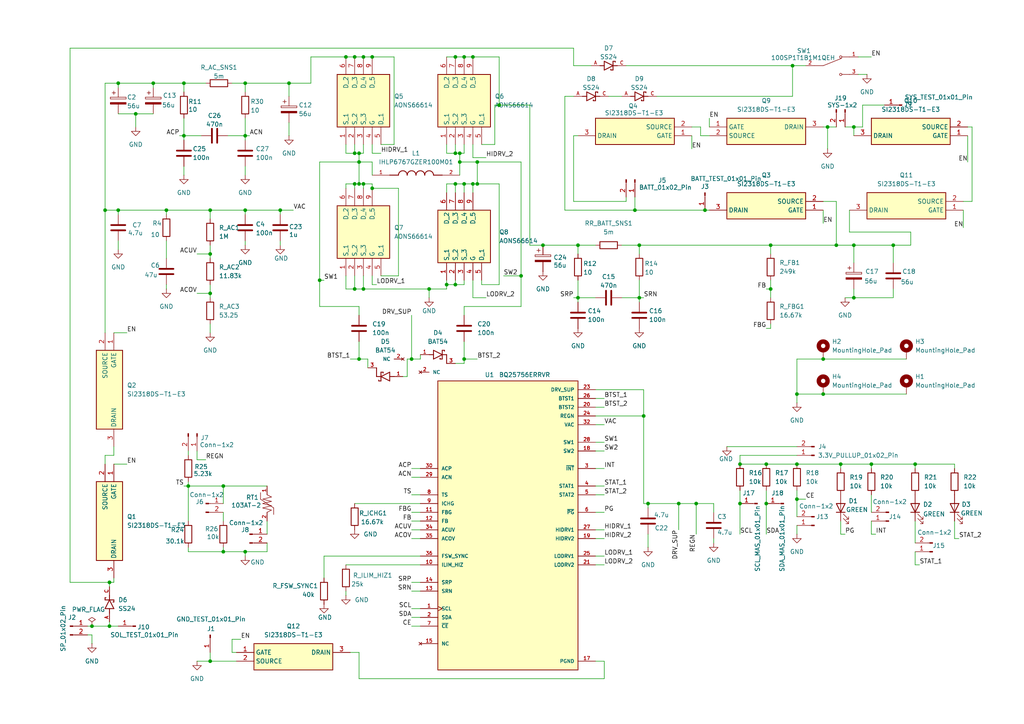
<source format=kicad_sch>
(kicad_sch (version 20250114) (generator "eeschema") (generator_version "9.0")
  (paper "A4")
  (title_block (title "Revised Charge Controller") (comment 1 "Michael Petta, Sky Lin"))
  (rectangle (start -21.59 107.95) (end -21.59 107.95))
  (junction (at 231.14 134.62))
  (junction (at 64.77 140.97))
  (junction (at 102.87 53.34))
  (junction (at 242.57 71.12))
  (junction (at 137.16 53.34))
  (junction (at 71.12 24.13))
  (junction (at 129.54 82.55))
  (junction (at 105.41 83.82))
  (junction (at 259.08 71.12))
  (junction (at 265.43 134.62))
  (junction (at 132.08 16.51))
  (junction (at 124.46 83.82))
  (junction (at 60.96 60.96))
  (junction (at 214.63 146.05))
  (junction (at 71.12 39.37))
  (junction (at 133.35 46.99))
  (junction (at 184.15 60.96))
  (junction (at 54.61 140.97))
  (junction (at 238.76 114.3))
  (junction (at 104.14 44.45))
  (junction (at 196.85 146.05))
  (junction (at 64.77 160.02))
  (junction (at 229.87 19.05))
  (junction (at 144.78 30.48))
  (junction (at 100.33 16.51))
  (junction (at 102.87 83.82))
  (junction (at 240.03 36.83))
  (junction (at 31.75 181.61))
  (junction (at 167.64 71.12))
  (junction (at 151.13 80.01))
  (junction (at 214.63 134.62))
  (junction (at 107.95 16.51))
  (junction (at 132.08 44.45))
  (junction (at 71.12 60.96))
  (junction (at 138.43 53.34))
  (junction (at 44.45 24.13))
  (junction (at 238.76 104.14))
  (junction (at 92.71 81.28))
  (junction (at 132.08 82.55))
  (junction (at 222.25 146.05))
  (junction (at 186.69 120.65))
  (junction (at 134.62 16.51))
  (junction (at 167.64 86.36))
  (junction (at 133.35 44.45))
  (junction (at 53.34 39.37))
  (junction (at 81.28 60.96))
  (junction (at 104.14 46.99))
  (junction (at 138.43 46.99))
  (junction (at 247.65 71.12))
  (junction (at 231.14 114.3))
  (junction (at 60.96 85.09))
  (junction (at 83.82 24.13))
  (junction (at 157.48 71.12))
  (junction (at 30.48 60.96))
  (junction (at 102.87 16.51))
  (junction (at 119.38 104.14))
  (junction (at 201.93 146.05))
  (junction (at 252.73 134.62))
  (junction (at 34.29 60.96))
  (junction (at 134.62 104.14))
  (junction (at 107.95 54.61))
  (junction (at 60.96 73.66))
  (junction (at 34.29 24.13))
  (junction (at 137.16 16.51))
  (junction (at 39.37 33.02))
  (junction (at 60.96 191.77))
  (junction (at 104.14 104.14))
  (junction (at 104.14 53.34))
  (junction (at 243.84 134.62))
  (junction (at 222.25 134.62))
  (junction (at 223.52 71.12))
  (junction (at 247.65 36.83))
  (junction (at 247.65 86.36))
  (junction (at 48.26 60.96))
  (junction (at 53.34 24.13))
  (junction (at 105.41 16.51))
  (junction (at 71.12 160.02))
  (junction (at 102.87 44.45))
  (junction (at 105.41 53.34))
  (junction (at 231.14 144.78))
  (junction (at 185.42 71.12))
  (junction (at 132.08 53.34))
  (junction (at 134.62 53.34))
  (junction (at 223.52 83.82))
  (junction (at 204.47 60.96))
  (junction (at 31.75 168.91))
  (junction (at 187.96 146.05))
  (junction (at 185.42 86.36))
  (junction (at 26.67 181.61))
  (wire (pts (xy 180.34 71.12) (xy 185.42 71.12)))
  (wire (pts (xy 104.14 88.9) (xy 104.14 91.44)))
  (wire (pts (xy 246.38 60.96) (xy 246.38 67.31)))
  (wire (pts (xy 66.04 39.37) (xy 71.12 39.37)))
  (wire (pts (xy 207.01 146.05) (xy 207.01 148.59)))
  (wire (pts (xy 20.32 13.97) (xy 20.32 168.91)))
  (wire (pts (xy 151.13 46.99) (xy 138.43 46.99)))
  (wire (pts (xy 132.08 53.34) (xy 132.08 55.88)))
  (wire (pts (xy 223.52 83.82) (xy 223.52 86.36)))
  (wire (pts (xy 119.38 181.61) (xy 121.92 181.61)))
  (wire (pts (xy 248.92 16.51) (xy 252.73 16.51)))
  (wire (pts (xy 185.42 73.66) (xy 185.42 71.12)))
  (wire (pts (xy 186.69 120.65) (xy 186.69 113.03)))
  (wire (pts (xy 231.14 129.54) (xy 210.82 129.54)))
  (wire (pts (xy 240.03 36.83) (xy 240.03 43.18)))
  (wire (pts (xy 139.7 41.91) (xy 143.51 41.91)))
  (wire (pts (xy 166.37 86.36) (xy 167.64 86.36)))
  (wire (pts (xy 252.73 134.62) (xy 265.43 134.62)))
  (wire (pts (xy 101.6 104.14) (xy 104.14 104.14)))
  (wire (pts (xy 279.4 58.42) (xy 281.94 58.42)))
  (wire (pts (xy 60.96 60.96) (xy 71.12 60.96)))
  (wire (pts (xy 243.84 135.89) (xy 243.84 134.62)))
  (wire (pts (xy 60.96 85.09) (xy 60.96 86.36)))
  (wire (pts (xy 33.02 96.52) (xy 36.83 96.52)))
  (wire (pts (xy 92.71 46.99) (xy 104.14 46.99)))
  (wire (pts (xy 100.33 53.34) (xy 102.87 53.34)))
  (wire (pts (xy 176.53 27.94) (xy 180.34 27.94)))
  (wire (pts (xy 119.38 171.45) (xy 121.92 171.45)))
  (wire (pts (xy 104.14 189.23) (xy 104.14 196.85)))
  (wire (pts (xy 153.67 30.48) (xy 144.78 30.48)))
  (wire (pts (xy 205.74 39.37) (xy 203.2 39.37)))
  (wire (pts (xy 100.33 83.82) (xy 102.87 83.82)))
  (wire (pts (xy 107.95 50.8) (xy 107.95 46.99)))
  (wire (pts (xy 181.61 57.15) (xy 181.61 58.42)))
  (wire (pts (xy 26.67 184.15) (xy 25.4 184.15)))
  (wire (pts (xy 119.38 138.43) (xy 121.92 138.43)))
  (wire (pts (xy 64.77 160.02) (xy 71.12 160.02)))
  (wire (pts (xy 104.14 99.06) (xy 104.14 104.14)))
  (wire (pts (xy 137.16 86.36) (xy 140.97 86.36)))
  (wire (pts (xy 34.29 24.13) (xy 44.45 24.13)))
  (wire (pts (xy 172.72 113.03) (xy 186.69 113.03)))
  (wire (pts (xy 77.47 157.48) (xy 77.47 160.02)))
  (wire (pts (xy 100.33 172.72) (xy 100.33 171.45)))
  (wire (pts (xy 102.87 146.05) (xy 121.92 146.05)))
  (wire (pts (xy 129.54 16.51) (xy 132.08 16.51)))
  (wire (pts (xy 187.96 146.05) (xy 187.96 147.32)))
  (wire (pts (xy 238.76 104.14) (xy 262.89 104.14)))
  (wire (pts (xy 100.33 163.83) (xy 121.92 163.83)))
  (wire (pts (xy 83.82 24.13) (xy 71.12 24.13)))
  (wire (pts (xy 207.01 156.21) (xy 207.01 157.48)))
  (wire (pts (xy 102.87 44.45) (xy 104.14 44.45)))
  (wire (pts (xy 71.12 62.23) (xy 71.12 60.96)))
  (wire (pts (xy 83.82 27.94) (xy 83.82 24.13)))
  (wire (pts (xy 175.26 135.89) (xy 172.72 135.89)))
  (wire (pts (xy 54.61 139.7) (xy 54.61 140.97)))
  (wire (pts (xy 134.62 104.14) (xy 138.43 104.14)))
  (wire (pts (xy 144.78 82.55) (xy 144.78 53.34)))
  (wire (pts (xy 119.38 91.44) (xy 119.38 104.14)))
  (wire (pts (xy 214.63 132.08) (xy 214.63 134.62)))
  (wire (pts (xy 245.11 154.94) (xy 243.84 154.94)))
  (wire (pts (xy 60.96 82.55) (xy 60.96 85.09)))
  (wire (pts (xy 53.34 39.37) (xy 58.42 39.37)))
  (wire (pts (xy 77.47 151.13) (xy 77.47 154.94)))
  (wire (pts (xy 134.62 105.41) (xy 134.62 104.14)))
  (wire (pts (xy 134.62 41.91) (xy 134.62 44.45)))
  (wire (pts (xy 39.37 33.02) (xy 44.45 33.02)))
  (wire (pts (xy 134.62 53.34) (xy 134.62 55.88)))
  (wire (pts (xy 132.08 82.55) (xy 129.54 82.55)))
  (wire (pts (xy 60.96 191.77) (xy 57.15 191.77)))
  (wire (pts (xy 245.11 86.36) (xy 247.65 86.36)))
  (wire (pts (xy 107.95 46.99) (xy 104.14 46.99)))
  (wire (pts (xy 33.02 132.08) (xy 33.02 129.54)))
  (wire (pts (xy 102.87 53.34) (xy 104.14 53.34)))
  (wire (pts (xy 214.63 146.05) (xy 214.63 154.94)))
  (wire (pts (xy 132.08 44.45) (xy 133.35 44.45)))
  (wire (pts (xy 172.72 123.19) (xy 175.26 123.19)))
  (wire (pts (xy 71.12 69.85) (xy 71.12 71.12)))
  (wire (pts (xy 248.92 21.59) (xy 251.46 21.59)))
  (wire (pts (xy 34.29 33.02) (xy 39.37 33.02)))
  (wire (pts (xy 201.93 146.05) (xy 201.93 154.94)))
  (wire (pts (xy 185.42 71.12) (xy 223.52 71.12)))
  (wire (pts (xy 57.15 85.09) (xy 60.96 85.09)))
  (wire (pts (xy 252.73 151.13) (xy 252.73 154.94)))
  (wire (pts (xy 104.14 196.85) (xy 175.26 196.85)))
  (wire (pts (xy 259.08 71.12) (xy 259.08 76.2)))
  (wire (pts (xy 175.26 191.77) (xy 172.72 191.77)))
  (wire (pts (xy 201.93 146.05) (xy 207.01 146.05)))
  (wire (pts (xy 181.61 58.42) (xy 166.37 58.42)))
  (wire (pts (xy 144.78 16.51) (xy 144.78 30.48)))
  (wire (pts (xy 34.29 60.96) (xy 48.26 60.96)))
  (wire (pts (xy 172.72 161.29) (xy 175.26 161.29)))
  (wire (pts (xy 229.87 19.05) (xy 233.68 19.05)))
  (wire (pts (xy 132.08 81.28) (xy 132.08 82.55)))
  (wire (pts (xy 31.75 181.61) (xy 34.29 181.61)))
  (wire (pts (xy 92.71 88.9) (xy 104.14 88.9)))
  (wire (pts (xy 67.31 185.42) (xy 69.85 185.42)))
  (wire (pts (xy 259.08 83.82) (xy 259.08 86.36)))
  (wire (pts (xy 231.14 144.78) (xy 231.14 149.86)))
  (wire (pts (xy 53.34 24.13) (xy 59.69 24.13)))
  (wire (pts (xy 31.75 168.91) (xy 33.02 168.91)))
  (wire (pts (xy 186.69 146.05) (xy 187.96 146.05)))
  (wire (pts (xy 137.16 53.34) (xy 137.16 55.88)))
  (wire (pts (xy 186.69 146.05) (xy 186.69 120.65)))
  (wire (pts (xy 166.37 58.42) (xy 166.37 39.37)))
  (wire (pts (xy 60.96 191.77) (xy 68.58 191.77)))
  (wire (pts (xy 93.98 161.29) (xy 93.98 167.64)))
  (wire (pts (xy 247.65 83.82) (xy 247.65 86.36)))
  (wire (pts (xy 119.38 156.21) (xy 121.92 156.21)))
  (wire (pts (xy 92.71 46.99) (xy 92.71 81.28)))
  (wire (pts (xy 175.26 196.85) (xy 175.26 191.77)))
  (wire (pts (xy 137.16 81.28) (xy 137.16 86.36)))
  (wire (pts (xy 71.12 48.26) (xy 71.12 50.8)))
  (wire (pts (xy 205.74 60.96) (xy 204.47 60.96)))
  (wire (pts (xy 53.34 24.13) (xy 53.34 26.67)))
  (wire (pts (xy 200.66 36.83) (xy 203.2 36.83)))
  (wire (pts (xy 252.73 135.89) (xy 252.73 134.62)))
  (wire (pts (xy 231.14 142.24) (xy 231.14 144.78)))
  (wire (pts (xy 25.4 181.61) (xy 26.67 181.61)))
  (wire (pts (xy 48.26 69.85) (xy 48.26 74.93)))
  (wire (pts (xy 205.74 34.29) (xy 205.74 36.83)))
  (wire (pts (xy 71.12 39.37) (xy 72.39 39.37)))
  (wire (pts (xy 107.95 44.45) (xy 107.95 41.91)))
  (wire (pts (xy 185.42 86.36) (xy 185.42 87.63)))
  (wire (pts (xy 172.72 156.21) (xy 175.26 156.21)))
  (wire (pts (xy 256.54 30.48) (xy 250.19 30.48)))
  (wire (pts (xy 106.68 106.68) (xy 106.68 104.14)))
  (wire (pts (xy 214.63 134.62) (xy 222.25 134.62)))
  (wire (pts (xy 231.14 114.3) (xy 238.76 114.3)))
  (wire (pts (xy 104.14 44.45) (xy 104.14 46.99)))
  (wire (pts (xy 119.38 153.67) (xy 121.92 153.67)))
  (wire (pts (xy 60.96 60.96) (xy 60.96 63.5)))
  (wire (pts (xy 110.49 44.45) (xy 107.95 44.45)))
  (wire (pts (xy 231.14 104.14) (xy 238.76 104.14)))
  (wire (pts (xy 231.14 152.4) (xy 231.14 154.94)))
  (wire (pts (xy 31.75 170.18) (xy 31.75 168.91)))
  (wire (pts (xy 265.43 135.89) (xy 265.43 134.62)))
  (wire (pts (xy 30.48 132.08) (xy 33.02 132.08)))
  (wire (pts (xy 264.16 71.12) (xy 259.08 71.12)))
  (wire (pts (xy 163.83 27.94) (xy 163.83 60.96)))
  (wire (pts (xy 137.16 16.51) (xy 144.78 16.51)))
  (wire (pts (xy 166.37 13.97) (xy 166.37 19.05)))
  (wire (pts (xy 60.96 191.77) (xy 60.96 189.23)))
  (wire (pts (xy 166.37 19.05) (xy 171.45 19.05)))
  (wire (pts (xy 223.52 81.28) (xy 223.52 83.82)))
  (wire (pts (xy 167.64 86.36) (xy 172.72 86.36)))
  (wire (pts (xy 119.38 148.59) (xy 121.92 148.59)))
  (wire (pts (xy 132.08 41.91) (xy 132.08 44.45)))
  (wire (pts (xy 30.48 24.13) (xy 30.48 60.96)))
  (wire (pts (xy 181.61 19.05) (xy 229.87 19.05)))
  (wire (pts (xy 119.38 135.89) (xy 121.92 135.89)))
  (wire (pts (xy 134.62 88.9) (xy 151.13 88.9)))
  (wire (pts (xy 105.41 16.51) (xy 107.95 16.51)))
  (wire (pts (xy 83.82 24.13) (xy 90.17 24.13)))
  (wire (pts (xy 48.26 60.96) (xy 48.26 62.23)))
  (wire (pts (xy 100.33 54.61) (xy 100.33 53.34)))
  (wire (pts (xy 223.52 73.66) (xy 223.52 71.12)))
  (wire (pts (xy 246.38 67.31) (xy 264.16 67.31)))
  (wire (pts (xy 247.65 86.36) (xy 259.08 86.36)))
  (wire (pts (xy 124.46 83.82) (xy 124.46 86.36)))
  (wire (pts (xy 48.26 60.96) (xy 60.96 60.96)))
  (wire (pts (xy 222.25 142.24) (xy 222.25 146.05)))
  (wire (pts (xy 172.72 115.57) (xy 175.26 115.57)))
  (wire (pts (xy 238.76 114.3) (xy 262.89 114.3)))
  (wire (pts (xy 134.62 44.45) (xy 133.35 44.45)))
  (wire (pts (xy 153.67 30.48) (xy 153.67 71.12)))
  (wire (pts (xy 281.94 36.83) (xy 280.67 36.83)))
  (wire (pts (xy 222.25 134.62) (xy 231.14 134.62)))
  (wire (pts (xy 187.96 146.05) (xy 196.85 146.05)))
  (wire (pts (xy 34.29 69.85) (xy 34.29 72.39)))
  (wire (pts (xy 64.77 158.75) (xy 64.77 160.02)))
  (wire (pts (xy 100.33 16.51) (xy 102.87 16.51)))
  (wire (pts (xy 129.54 44.45) (xy 132.08 44.45)))
  (wire (pts (xy 172.72 163.83) (xy 175.26 163.83)))
  (wire (pts (xy 119.38 176.53) (xy 121.92 176.53)))
  (wire (pts (xy 134.62 99.06) (xy 134.62 104.14)))
  (wire (pts (xy 90.17 16.51) (xy 100.33 16.51)))
  (wire (pts (xy 26.67 181.61) (xy 31.75 181.61)))
  (wire (pts (xy 185.42 81.28) (xy 185.42 86.36)))
  (wire (pts (xy 223.52 93.98) (xy 223.52 95.25)))
  (wire (pts (xy 143.51 41.91) (xy 143.51 30.48)))
  (wire (pts (xy 129.54 83.82) (xy 129.54 82.55)))
  (wire (pts (xy 60.96 73.66) (xy 60.96 74.93)))
  (wire (pts (xy 134.62 81.28) (xy 134.62 82.55)))
  (wire (pts (xy 167.64 86.36) (xy 167.64 87.63)))
  (wire (pts (xy 243.84 134.62) (xy 252.73 134.62)))
  (wire (pts (xy 134.62 88.9) (xy 134.62 91.44)))
  (wire (pts (xy 107.95 16.51) (xy 114.3 16.51)))
  (wire (pts (xy 133.35 46.99) (xy 133.35 50.8)))
  (wire (pts (xy 119.38 179.07) (xy 121.92 179.07)))
  (wire (pts (xy 129.54 55.88) (xy 129.54 53.34)))
  (wire (pts (xy 67.31 185.42) (xy 67.31 189.23)))
  (wire (pts (xy 81.28 62.23) (xy 81.28 60.96)))
  (wire (pts (xy 265.43 163.83) (xy 266.7 163.83)))
  (wire (pts (xy 107.95 53.34) (xy 107.95 54.61)))
  (wire (pts (xy 52.07 39.37) (xy 53.34 39.37)))
  (wire (pts (xy 33.02 134.62) (xy 36.83 134.62)))
  (wire (pts (xy 67.31 24.13) (xy 71.12 24.13)))
  (wire (pts (xy 71.12 34.29) (xy 71.12 39.37)))
  (wire (pts (xy 214.63 142.24) (xy 214.63 146.05)))
  (wire (pts (xy 242.57 71.12) (xy 247.65 71.12)))
  (wire (pts (xy 121.92 161.29) (xy 93.98 161.29)))
  (wire (pts (xy 105.41 53.34) (xy 104.14 53.34)))
  (wire (pts (xy 105.41 83.82) (xy 124.46 83.82)))
  (wire (pts (xy 114.3 16.51) (xy 114.3 41.91)))
  (wire (pts (xy 172.72 130.81) (xy 175.26 130.81)))
  (wire (pts (xy 187.96 158.75) (xy 187.96 154.94)))
  (wire (pts (xy 53.34 140.97) (xy 54.61 140.97)))
  (wire (pts (xy 124.46 83.82) (xy 129.54 83.82)))
  (wire (pts (xy 247.65 36.83) (xy 245.11 36.83)))
  (wire (pts (xy 243.84 151.13) (xy 243.84 154.94)))
  (wire (pts (xy 44.45 24.13) (xy 53.34 24.13)))
  (wire (pts (xy 133.35 44.45) (xy 133.35 46.99)))
  (wire (pts (xy 53.34 34.29) (xy 53.34 39.37)))
  (wire (pts (xy 252.73 143.51) (xy 252.73 148.59)))
  (wire (pts (xy 185.42 86.36) (xy 186.69 86.36)))
  (wire (pts (xy 71.12 39.37) (xy 71.12 40.64)))
  (wire (pts (xy 102.87 41.91) (xy 102.87 44.45)))
  (wire (pts (xy 71.12 160.02) (xy 71.12 161.29)))
  (wire (pts (xy 34.29 60.96) (xy 34.29 62.23)))
  (wire (pts (xy 242.57 58.42) (xy 242.57 71.12)))
  (wire (pts (xy 138.43 46.99) (xy 133.35 46.99)))
  (wire (pts (xy 83.82 35.56) (xy 83.82 39.37)))
  (wire (pts (xy 60.96 93.98) (xy 60.96 96.52)))
  (wire (pts (xy 102.87 83.82) (xy 105.41 83.82)))
  (wire (pts (xy 222.25 83.82) (xy 223.52 83.82)))
  (wire (pts (xy 278.13 156.21) (xy 276.86 156.21)))
  (wire (pts (xy 166.37 39.37) (xy 167.64 39.37)))
  (wire (pts (xy 129.54 81.28) (xy 129.54 82.55)))
  (wire (pts (xy 100.33 44.45) (xy 102.87 44.45)))
  (wire (pts (xy 252.73 154.94) (xy 254 154.94)))
  (wire (pts (xy 175.26 143.51) (xy 172.72 143.51)))
  (wire (pts (xy 172.72 120.65) (xy 186.69 120.65)))
  (wire (pts (xy 118.11 109.22) (xy 118.11 104.14)))
  (wire (pts (xy 67.31 189.23) (xy 68.58 189.23)))
  (wire (pts (xy 196.85 146.05) (xy 201.93 146.05)))
  (wire (pts (xy 138.43 46.99) (xy 138.43 53.34)))
  (wire (pts (xy 53.34 48.26) (xy 53.34 50.8)))
  (wire (pts (xy 153.67 71.12) (xy 157.48 71.12)))
  (wire (pts (xy 167.64 71.12) (xy 172.72 71.12)))
  (wire (pts (xy 167.64 81.28) (xy 167.64 86.36)))
  (wire (pts (xy 172.72 128.27) (xy 175.26 128.27)))
  (wire (pts (xy 60.96 71.12) (xy 60.96 73.66)))
  (wire (pts (xy 265.43 151.13) (xy 265.43 157.48)))
  (wire (pts (xy 64.77 140.97) (xy 77.47 140.97)))
  (wire (pts (xy 30.48 134.62) (xy 30.48 132.08)))
  (wire (pts (xy 48.26 82.55) (xy 48.26 83.82)))
  (wire (pts (xy 223.52 71.12) (xy 242.57 71.12)))
  (wire (pts (xy 105.41 41.91) (xy 105.41 44.45)))
  (wire (pts (xy 30.48 60.96) (xy 34.29 60.96)))
  (wire (pts (xy 214.63 132.08) (xy 231.14 132.08)))
  (wire (pts (xy 64.77 140.97) (xy 64.77 146.05)))
  (wire (pts (xy 238.76 58.42) (xy 242.57 58.42)))
  (wire (pts (xy 276.86 156.21) (xy 276.86 151.13)))
  (wire (pts (xy 240.03 36.83) (xy 242.57 36.83)))
  (wire (pts (xy 132.08 105.41) (xy 134.62 105.41)))
  (wire (pts (xy 93.98 81.28) (xy 92.71 81.28)))
  (wire (pts (xy 151.13 80.01) (xy 151.13 88.9)))
  (wire (pts (xy 204.47 60.96) (xy 184.15 60.96)))
  (wire (pts (xy 151.13 46.99) (xy 151.13 80.01)))
  (wire (pts (xy 132.08 53.34) (xy 129.54 53.34)))
  (wire (pts (xy 180.34 86.36) (xy 185.42 86.36)))
  (wire (pts (xy 121.92 104.14) (xy 119.38 104.14)))
  (wire (pts (xy 231.14 116.84) (xy 231.14 114.3)))
  (wire (pts (xy 110.49 41.91) (xy 114.3 41.91)))
  (wire (pts (xy 134.62 53.34) (xy 132.08 53.34)))
  (wire (pts (xy 105.41 53.34) (xy 105.41 54.61)))
  (wire (pts (xy 44.45 24.13) (xy 44.45 25.4)))
  (wire (pts (xy 190.5 27.94) (xy 229.87 27.94)))
  (wire (pts (xy 265.43 134.62) (xy 276.86 134.62)))
  (wire (pts (xy 238.76 36.83) (xy 240.03 36.83)))
  (wire (pts (xy 132.08 16.51) (xy 134.62 16.51)))
  (wire (pts (xy 64.77 148.59) (xy 64.77 151.13)))
  (wire (pts (xy 104.14 189.23) (xy 101.6 189.23)))
  (wire (pts (xy 53.34 39.37) (xy 53.34 40.64)))
  (wire (pts (xy 104.14 46.99) (xy 104.14 53.34)))
  (wire (pts (xy 116.84 109.22) (xy 118.11 109.22)))
  (wire (pts (xy 184.15 60.96) (xy 163.83 60.96)))
  (wire (pts (xy 54.61 160.02) (xy 64.77 160.02)))
  (wire (pts (xy 172.72 153.67) (xy 175.26 153.67)))
  (wire (pts (xy 107.95 80.01) (xy 107.95 82.55)))
  (wire (pts (xy 118.11 104.14) (xy 119.38 104.14)))
  (wire (pts (xy 151.13 80.01) (xy 146.05 80.01)))
  (wire (pts (xy 276.86 135.89) (xy 276.86 134.62)))
  (wire (pts (xy 119.38 151.13) (xy 121.92 151.13)))
  (wire (pts (xy 20.32 13.97) (xy 166.37 13.97)))
  (wire (pts (xy 54.61 140.97) (xy 54.61 151.13)))
  (wire (pts (xy 71.12 26.67) (xy 71.12 24.13)))
  (wire (pts (xy 280.67 39.37) (xy 280.67 46.99)))
  (wire (pts (xy 250.19 36.83) (xy 247.65 36.83)))
  (wire (pts (xy 102.87 53.34) (xy 102.87 54.61)))
  (wire (pts (xy 115.57 80.01) (xy 115.57 54.61)))
  (wire (pts (xy 137.16 45.72) (xy 140.97 45.72)))
  (wire (pts (xy 54.61 140.97) (xy 64.77 140.97)))
  (wire (pts (xy 172.72 148.59) (xy 175.26 148.59)))
  (wire (pts (xy 107.95 82.55) (xy 109.22 82.55)))
  (wire (pts (xy 77.47 160.02) (xy 71.12 160.02)))
  (wire (pts (xy 229.87 19.05) (xy 229.87 27.94)))
  (wire (pts (xy 107.95 53.34) (xy 105.41 53.34)))
  (wire (pts (xy 134.62 16.51) (xy 137.16 16.51)))
  (wire (pts (xy 265.43 160.02) (xy 265.43 163.83)))
  (wire (pts (xy 30.48 24.13) (xy 34.29 24.13)))
  (wire (pts (xy 30.48 60.96) (xy 30.48 96.52)))
  (wire (pts (xy 172.72 118.11) (xy 175.26 118.11)))
  (wire (pts (xy 54.61 130.81) (xy 54.61 132.08)))
  (wire (pts (xy 231.14 134.62) (xy 243.84 134.62)))
  (wire (pts (xy 143.51 30.48) (xy 144.78 30.48)))
  (wire (pts (xy 106.68 104.14) (xy 104.14 104.14)))
  (wire (pts (xy 26.67 184.15) (xy 26.67 186.69)))
  (wire (pts (xy 119.38 168.91) (xy 121.92 168.91)))
  (wire (pts (xy 264.16 67.31) (xy 264.16 71.12)))
  (wire (pts (xy 144.78 82.55) (xy 139.7 82.55)))
  (wire (pts (xy 54.61 158.75) (xy 54.61 160.02)))
  (wire (pts (xy 110.49 80.01) (xy 115.57 80.01)))
  (wire (pts (xy 250.19 30.48) (xy 250.19 36.83)))
  (wire (pts (xy 102.87 80.01) (xy 102.87 83.82)))
  (wire (pts (xy 279.4 60.96) (xy 279.4 66.04)))
  (wire (pts (xy 233.68 144.78) (xy 231.14 144.78)))
  (wire (pts (xy 90.17 24.13) (xy 90.17 16.51)))
  (wire (pts (xy 247.65 76.2) (xy 247.65 71.12)))
  (wire (pts (xy 222.25 146.05) (xy 222.25 154.94)))
  (wire (pts (xy 121.92 102.87) (xy 121.92 104.14)))
  (wire (pts (xy 238.76 64.77) (xy 238.76 60.96)))
  (wire (pts (xy 163.83 27.94) (xy 166.37 27.94)))
  (wire (pts (xy 167.64 71.12) (xy 167.64 73.66)))
  (wire (pts (xy 71.12 60.96) (xy 81.28 60.96)))
  (wire (pts (xy 281.94 58.42) (xy 281.94 36.83)))
  (wire (pts (xy 81.28 69.85) (xy 81.28 71.12)))
  (wire (pts (xy 105.41 80.01) (xy 105.41 83.82)))
  (wire (pts (xy 57.15 130.81) (xy 57.15 133.35)))
  (wire (pts (xy 100.33 80.01) (xy 100.33 83.82)))
  (wire (pts (xy 196.85 146.05) (xy 196.85 153.67)))
  (wire (pts (xy 144.78 53.34) (xy 138.43 53.34)))
  (wire (pts (xy 34.29 25.4) (xy 34.29 24.13)))
  (wire (pts (xy 57.15 73.66) (xy 60.96 73.66)))
  (wire (pts (xy 137.16 41.91) (xy 137.16 45.72)))
  (wire (pts (xy 100.33 41.91) (xy 100.33 44.45)))
  (wire (pts (xy 247.65 36.83) (xy 247.65 39.37)))
  (wire (pts (xy 33.02 167.64) (xy 33.02 168.91)))
  (wire (pts (xy 105.41 44.45) (xy 104.14 44.45)))
  (wire (pts (xy 119.38 143.51) (xy 121.92 143.51)))
  (wire (pts (xy 175.26 140.97) (xy 172.72 140.97)))
  (wire (pts (xy 200.66 39.37) (xy 200.66 43.18)))
  (wire (pts (xy 139.7 81.28) (xy 139.7 82.55)))
  (wire (pts (xy 231.14 114.3) (xy 231.14 104.14)))
  (wire (pts (xy 81.28 60.96) (xy 85.09 60.96)))
  (wire (pts (xy 102.87 16.51) (xy 105.41 16.51)))
  (wire (pts (xy 247.65 71.12) (xy 259.08 71.12)))
  (wire (pts (xy 138.43 53.34) (xy 137.16 53.34)))
  (wire (pts (xy 137.16 53.34) (xy 134.62 53.34)))
  (wire (pts (xy 20.32 168.91) (xy 31.75 168.91)))
  (wire (pts (xy 31.75 180.34) (xy 31.75 181.61)))
  (wire (pts (xy 184.15 57.15) (xy 184.15 60.96)))
  (wire (pts (xy 59.69 133.35) (xy 57.15 133.35)))
  (wire (pts (xy 203.2 39.37) (xy 203.2 36.83)))
  (wire (pts (xy 115.57 54.61) (xy 107.95 54.61)))
  (wire (pts (xy 223.52 95.25) (xy 222.25 95.25)))
  (wire (pts (xy 92.71 81.28) (xy 92.71 88.9)))
  (wire (pts (xy 39.37 33.02) (xy 39.37 36.83)))
  (wire (pts (xy 129.54 41.91) (xy 129.54 44.45)))
  (wire (pts (xy 134.62 82.55) (xy 132.08 82.55)))
  (wire (pts (xy 157.48 71.12) (xy 167.64 71.12)))
  (label "LODRV_1" (at 175.26 161.29 0))
  (label "DRV_SUP" (at 119.38 91.44 180))
  (label "BTST_1" (at 175.26 115.57 0))
  (label "DRV_SUP" (at 196.85 153.67 270))
  (label "ACOV" (at 57.15 85.09 180))
  (label "BTST_2" (at 175.26 118.11 0))
  (label "ACUV" (at 119.38 153.67 180))
  (label "FB" (at 222.25 83.82 180))
  (label "INT" (at 254 154.94 0))
  (label "TS" (at 119.38 143.51 180))
  (label "CE" (at 233.68 144.78 0))
  (label "LODRV_1" (at 109.22 82.55 0))
  (label "STAT_1" (at 266.7 163.83 0))
  (label "EN" (at 279.4 66.04 180))
  (label "HIDRV_2" (at 175.26 156.21 0))
  (label "BTST_2" (at 138.43 104.14 0))
  (label "SRP" (at 119.38 168.91 180))
  (label "HIDRV_2" (at 140.97 45.72 0))
  (label "ACN" (at 119.38 138.43 180))
  (label "SCL" (at 119.38 176.53 180))
  (label "EN" (at 280.67 46.99 180))
  (label "INT" (at 175.26 135.89 0))
  (label "SRP" (at 166.37 86.36 180))
  (label "EN" (at 238.76 64.77 0))
  (label "SRN" (at 119.38 171.45 180))
  (label "ACN" (at 72.39 39.37 0))
  (label "PG" (at 245.11 154.94 0))
  (label "HIDRV_1" (at 110.49 44.45 0))
  (label "FB" (at 119.38 151.13 180))
  (label "EN" (at 200.66 43.18 0))
  (label "LODRV_2" (at 140.97 86.36 0))
  (label "ACOV" (at 119.38 156.21 180))
  (label "SW1" (at 175.26 128.27 0))
  (label "EN" (at 36.83 96.52 0))
  (label "EN" (at 36.83 134.62 0))
  (label "SRN" (at 186.69 86.36 0))
  (label "SCL" (at 214.63 154.94 0))
  (label "REGN" (at 59.69 133.35 0))
  (label "TS" (at 53.34 140.97 180))
  (label "SW2" (at 146.05 80.01 0))
  (label "EN" (at 69.85 185.42 0))
  (label "STAT_2" (at 175.26 143.51 0))
  (label "SW1" (at 93.98 81.28 0))
  (label "FBG" (at 222.25 95.25 180))
  (label "VAC" (at 85.09 60.96 0))
  (label "REGN" (at 201.93 154.94 270))
  (label "HIDRV_1" (at 175.26 153.67 0))
  (label "EN" (at 252.73 16.51 0))
  (label "SDA" (at 222.25 154.94 0))
  (label "EN" (at 205.74 34.29 0))
  (label "PG" (at 175.26 148.59 0))
  (label "STAT_2" (at 278.13 156.21 0))
  (label "ACP" (at 119.38 135.89 180))
  (label "VAC" (at 175.26 123.19 0))
  (label "ACP" (at 52.07 39.37 180))
  (label "ACUV" (at 57.15 73.66 180))
  (label "BTST_1" (at 101.6 104.14 180))
  (label "CE" (at 119.38 181.61 180))
  (label "STAT_1" (at 175.26 140.97 0))
  (label "SW2" (at 175.26 130.81 0))
  (label "LODRV_2" (at 175.26 163.83 0))
  (label "SDA" (at 119.38 179.07 180))
  (label "FBG" (at 119.38 148.59 180))
  (symbol (lib_id "power:GND") (at 83.82 39.37 0) (unit 1)
    (property "Reference" "#PWR016" (effects (hide yes)))
    (property "Value" "GND" (at 83.82 44.45 0))
    (property "Description" "Power symbol creates a global label with name \"GND\" , ground" (effects (hide yes)))
  )
  (symbol (lib_id "SS24:SS24") (at 185.42 27.94 0) (unit 1)
    (property "Reference" "D9" (at 185.42 22.86 0))
    (property "Value" "SS24" (at 185.42 25.4 0))
    (property "Footprint" "bmsfootprints:SS24" (effects (hide yes)))
    (property "PARTREV" "N2306" (effects (hide yes)))
    (property "MANUFACTURER" "Taiwan Semiconductor" (effects (hide yes)))
    (property "SNAPEDA_PN" "SS22" (effects (hide yes)))
    (property "MAXIMUM_PACKAGE_HEIGHT" "2.65mm" (effects (hide yes)))
    (property "STANDARD" "Manufacturer Recommendations" (effects (hide yes)))
  )
  (symbol (lib_id "power:GND") (at 57.15 191.77 0) (unit 1)
    (property "Reference" "#PWR04" (effects (hide yes)))
    (property "Value" "GND" (at 57.15 196.85 0))
    (property "Description" "Power symbol creates a global label with name \"GND\" , ground" (effects (hide yes)))
  )
  (symbol (lib_id "103AT-2:103AT-2") (at 77.47 146.05 270) (unit 1)
    (property "Reference" "RT1" (at 71.374 144.272 90) (effects (justify left)))
    (property "Value" "103AT-2" (at 67.056 146.558 90) (effects (justify left)))
    (property "Footprint" "bmsfootprints:103AT-2" (effects (hide yes)))
    (property "MF" "Semitec" (effects (hide yes)))
    (property "Description_1" "Thermistor NTC 10KOhm 1% 2-Pin" (effects (hide yes)))
    (property "Package" "None" (effects (hide yes)))
    (property "Price" "None" (effects (hide yes)))
    (property "SnapEDA_Link" "https://www.snapeda.com/parts/103AT-2/Semitec/view-part/?ref=snap" (effects (hide yes)))
    (property "MP" "103AT-2" (effects (hide yes)))
    (property "Availability" "In Stock" (effects (hide yes)))
    (property "Check_prices" "https://www.snapeda.com/parts/103AT-2/Semitec/view-part/?ref=eda" (effects (hide yes)))
  )
  (symbol (lib_id "SS24:SS24") (at 176.53 19.05 0) (unit 1)
    (property "Reference" "D7" (at 176.53 13.97 0))
    (property "Value" "SS24" (at 176.53 16.51 0))
    (property "Footprint" "bmsfootprints:SS24" (effects (hide yes)))
    (property "PARTREV" "N2306" (effects (hide yes)))
    (property "MANUFACTURER" "Taiwan Semiconductor" (effects (hide yes)))
    (property "SNAPEDA_PN" "SS22" (effects (hide yes)))
    (property "MAXIMUM_PACKAGE_HEIGHT" "2.65mm" (effects (hide yes)))
    (property "STANDARD" "Manufacturer Recommendations" (effects (hide yes)))
  )
  (symbol (lib_id "SI2318DS-T1-E3:SI2318DS-T1-E3") (at 68.58 189.23 0) (unit 1)
    (property "Reference" "Q12" (at 85.09 181.61 0))
    (property "Value" "SI2318DS-T1-E3" (at 85.09 184.15 0))
    (property "Footprint" "bmsfootprints:SI2318DS-T1-E3" (effects (hide yes)))
    (property "Datasheet" "https://componentsearchengine.com/Datasheets/2/SI2318DS-T1-E3.pdf" (effects (hide yes)))
    (property "Description" "VISHAY - SI2318DS-T1-E3 - N CHANNEL MOSFET, 40V, 3.9A, TO-236, FULL REEL" (effects (hide yes)))
    (property "Height" "1.02" (effects (hide yes)))
    (property "Mouser Part Number" "781-SI2318DS-E3" (effects (hide yes)))
    (property "Mouser Price/Stock" "https://www.mouser.co.uk/ProductDetail/Vishay-Semiconductors/SI2318DS-T1-E3?qs=jcx%252B0HVgj2Z%252BHqZ7%252BcFIkw%3D%3D" (effects (hide yes)))
    (property "Manufacturer_Name" "Vishay" (effects (hide yes)))
    (property "Manufacturer_Part_Number" "SI2318DS-T1-E3" (effects (hide yes)))
  )
  (symbol (lib_id "Connector:Conn_01x02_Pin") (at 245.11 31.75 270) (unit 1)
    (property "Reference" "J19" (at 245.618 28.448 90) (effects (justify right)))
    (property "Value" "SYS-1x2" (at 248.666 30.48 90) (effects (justify right)))
    (property "Footprint" "Connector_PinHeader_2.54mm:PinHeader_1x02_P2.54mm_Vertical" (effects (hide yes)))
    (property "Description" "Generic connector, single row, 01x02, script generated" (effects (hide yes)))
  )
  (symbol (lib_id "Device:LED") (at 276.86 147.32 90) (unit 1)
    (property "Reference" "D3" (at 278.892 146.304 90) (effects (justify right)))
    (property "Value" "GREEN" (at 278.638 148.844 90) (effects (justify right)))
    (property "Footprint" "LED_SMD:LED_0603_1608Metric" (effects (hide yes)))
    (property "Description" "Light emitting diode" (effects (hide yes)))
    (property "Sim.Pins" "1=K 2=A" (effects (hide yes)))
  )
  (symbol (lib_id "power:GND") (at 207.01 157.48 0) (unit 1)
    (property "Reference" "#PWR07" (effects (hide yes)))
    (property "Value" "GND" (at 207.01 162.56 0))
    (property "Description" "Power symbol creates a global label with name \"GND\" , ground" (effects (hide yes)))
  )
  (symbol (lib_id "Device:R") (at 53.34 30.48 0) (unit 1)
    (property "Reference" "R11" (at 54.61 29.464 0) (effects (justify left)))
    (property "Value" "10" (at 54.61 31.75 0) (effects (justify left)))
    (property "Footprint" "Resistor_SMD:R_0603_1608Metric" (effects (hide yes)))
    (property "Description" "Resistor" (effects (hide yes)))
  )
  (symbol (lib_id "Device:C") (at 48.26 78.74 0) (unit 1)
    (property "Reference" "C6" (at 43.688 76.962 0) (effects (justify left)))
    (property "Value" "47u" (at 41.91 79.756 0) (effects (justify left)))
    (property "Footprint" "Capacitor_SMD:C_0603_1608Metric" (effects (hide yes)))
    (property "Description" "Unpolarized capacitor" (effects (hide yes)))
  )
  (symbol (lib_id "Device:C") (at 167.64 91.44 180) (unit 1)
    (property "Reference" "C14" (at 170.434 90.17 0) (effects (justify right)))
    (property "Value" "100n" (at 170.434 92.71 0) (effects (justify right)))
    (property "Footprint" "Capacitor_SMD:C_0402_1005Metric" (effects (hide yes)))
    (property "Description" "Unpolarized capacitor" (effects (hide yes)))
  )
  (symbol (lib_id "Device:C_Polarized") (at 157.48 74.93 0) (unit 1)
    (property "Reference" "C24" (at 160.528 74.676 0) (effects (justify left)))
    (property "Value" "56u" (at 160.528 76.962 0) (effects (justify left)))
    (property "Footprint" "Capacitor_SMD:C_0201_0603Metric" (effects (hide yes)))
    (property "Description" "Polarized capacitor" (effects (hide yes)))
  )
  (symbol (lib_id "Device:R") (at 60.96 90.17 0) (unit 1)
    (property "Reference" "R_AC3" (at 63.5 88.8999 0) (effects (justify left)))
    (property "Value" "53.25" (at 63.5 91.4399 0) (effects (justify left)))
    (property "Footprint" "Resistor_SMD:R_1206_3216Metric" (effects (hide yes)))
    (property "Description" "Resistor" (effects (hide yes)))
  )
  (symbol (lib_id "SI2318DS-T1-E3:SI2318DS-T1-E3") (at 238.76 60.96 180) (unit 1)
    (property "Reference" "Q3" (at 222.25 50.8 0))
    (property "Value" "SI2318DS-T1-E3" (at 222.25 53.34 0))
    (property "Footprint" "bmsfootprints:SI2318DS-T1-E3" (effects (hide yes)))
    (property "Datasheet" "https://componentsearchengine.com/Datasheets/2/SI2318DS-T1-E3.pdf" (effects (hide yes)))
    (property "Description" "VISHAY - SI2318DS-T1-E3 - N CHANNEL MOSFET, 40V, 3.9A, TO-236, FULL REEL" (effects (hide yes)))
    (property "Height" "1.02" (effects (hide yes)))
    (property "Mouser Part Number" "781-SI2318DS-E3" (effects (hide yes)))
    (property "Mouser Price/Stock" "https://www.mouser.co.uk/ProductDetail/Vishay-Semiconductors/SI2318DS-T1-E3?qs=jcx%252B0HVgj2Z%252BHqZ7%252BcFIkw%3D%3D" (effects (hide yes)))
    (property "Manufacturer_Name" "Vishay" (effects (hide yes)))
    (property "Manufacturer_Part_Number" "SI2318DS-T1-E3" (effects (hide yes)))
  )
  (symbol (lib_id "Connector:Conn_01x01_Pin") (at 261.62 30.48 180) (unit 1)
    (property "Reference" "J9" (at 263.398 30.226 0))
    (property "Value" "SYS_TEST_01x01_Pin" (at 272.288 28.194 0))
    (property "Footprint" "Connector_PinHeader_2.54mm:PinHeader_1x01_P2.54mm_Vertical" (effects (hide yes)))
    (property "Description" "Generic connector, single row, 01x01, script generated" (effects (hide yes)))
  )
  (symbol (lib_id "power:GND") (at 167.64 95.25 0) (unit 1)
    (property "Reference" "#PWR018" (effects (hide yes)))
    (property "Value" "GND" (at 167.64 100.33 0))
    (property "Description" "Power symbol creates a global label with name \"GND\" , ground" (effects (hide yes)))
  )
  (symbol (lib_id "Device:R") (at 60.96 67.31 0) (unit 1)
    (property "Reference" "R_AC1" (at 63.5 66.0399 0) (effects (justify left)))
    (property "Value" "1M" (at 63.5 68.5799 0) (effects (justify left)))
    (property "Footprint" "Resistor_SMD:R_0201_0603Metric" (effects (hide yes)))
    (property "Description" "Resistor" (effects (hide yes)))
  )
  (symbol (lib_id "Device:R") (at 71.12 30.48 0) (unit 1)
    (property "Reference" "R30" (at 72.644 29.464 0) (effects (justify left)))
    (property "Value" "10" (at 72.644 32.004 0) (effects (justify left)))
    (property "Footprint" "Resistor_SMD:R_0603_1608Metric" (effects (hide yes)))
    (property "Description" "Resistor" (effects (hide yes)))
  )
  (symbol (lib_id "power:GND") (at 48.26 83.82 0) (unit 1)
    (property "Reference" "#PWR011" (effects (hide yes)))
    (property "Value" "GND" (at 48.26 88.9 0))
    (property "Description" "Power symbol creates a global label with name \"GND\" , ground" (effects (hide yes)))
  )
  (symbol (lib_id "Device:R") (at 63.5 24.13 270) (unit 1)
    (property "Reference" "R_AC_SNS1" (at 63.5 19.558 90))
    (property "Value" "5m" (at 63.5 22.098 90))
    (property "Footprint" "Resistor_SMD:R_1206_3216Metric" (effects (hide yes)))
    (property "Description" "Resistor" (effects (hide yes)))
  )
  (symbol (lib_id "Device:C") (at 62.23 39.37 90) (unit 1)
    (property "Reference" "C26" (at 62.23 33.528 90))
    (property "Value" "470n" (at 62.23 36.068 90))
    (property "Footprint" "Capacitor_SMD:C_0402_1005Metric" (effects (hide yes)))
    (property "Description" "Unpolarized capacitor" (effects (hide yes)))
  )
  (symbol (lib_id "Connector:Conn_01x02_Pin") (at 184.15 52.07 270) (unit 1)
    (property "Reference" "J5" (at 193.294 52.324 90) (effects (justify right)))
    (property "Value" "BATT_01x02_Pin" (at 200.66 54.356 90) (effects (justify right)))
    (property "Footprint" "Connector_PinHeader_2.54mm:PinHeader_1x02_P2.54mm_Vertical" (effects (hide yes)))
    (property "Description" "Generic connector, single row, 01x02, script generated" (effects (hide yes)))
  )
  (symbol (lib_id "Device:R") (at 231.14 138.43 180) (unit 1)
    (property "Reference" "R18" (at 233.68 137.1599 0) (effects (justify right)))
    (property "Value" "10k" (at 233.68 139.6999 0) (effects (justify right)))
    (property "Footprint" "Resistor_SMD:R_0603_1608Metric" (effects (hide yes)))
    (property "Description" "Resistor" (effects (hide yes)))
  )
  (symbol (lib_id "power:GND") (at 102.87 153.67 0) (unit 1)
    (property "Reference" "#PWR08" (effects (hide yes)))
    (property "Value" "GND" (at 105.41 154.9399 0) (effects (justify left)))
    (property "Description" "Power symbol creates a global label with name \"GND\" , ground" (effects (hide yes)))
  )
  (symbol (lib_id "power:GND") (at 187.96 158.75 0) (unit 1)
    (property "Reference" "#PWR025" (effects (hide yes)))
    (property "Value" "GND" (at 187.96 163.83 0))
    (property "Description" "Power symbol creates a global label with name \"GND\" , ground" (effects (hide yes)))
  )
  (symbol (lib_id "power:GND") (at 157.48 78.74 0) (unit 1)
    (property "Reference" "#PWR020" (effects (hide yes)))
    (property "Value" "GND" (at 157.48 83.82 0))
    (property "Description" "Power symbol creates a global label with name \"GND\" , ground" (effects (hide yes)))
  )
  (symbol (lib_id "Device:R") (at 48.26 66.04 0) (unit 1)
    (property "Reference" "R4" (at 44.196 64.77 0) (effects (justify left)))
    (property "Value" "10" (at 43.688 68.072 0) (effects (justify left)))
    (property "Footprint" "Resistor_SMD:R_0603_1608Metric" (effects (hide yes)))
    (property "Description" "Resistor" (effects (hide yes)))
  )
  (symbol (lib_id "Device:R") (at 167.64 77.47 0) (unit 1)
    (property "Reference" "R12" (at 169.164 76.454 0) (effects (justify left)))
    (property "Value" "10" (at 169.164 78.994 0) (effects (justify left)))
    (property "Footprint" "Resistor_SMD:R_0603_1608Metric" (effects (hide yes)))
    (property "Description" "Resistor" (effects (hide yes)))
  )
  (symbol (lib_id "Device:R") (at 100.33 167.64 180) (unit 1)
    (property "Reference" "R_ILIM_HIZ1" (at 102.362 166.878 0) (effects (justify right)))
    (property "Value" "25k" (at 101.854 169.418 0) (effects (justify right)))
    (property "Footprint" "Resistor_SMD:R_0402_1005Metric" (effects (hide yes)))
    (property "Description" "Resistor" (effects (hide yes)))
  )
  (symbol (lib_id "BAT54:BAT54") (at 111.76 106.68 180) (unit 1)
    (property "Reference" "D5" (at 111.76 99.06 0))
    (property "Value" "BAT54" (at 111.76 101.6 0))
    (property "Footprint" "bmsfootprints:BAT54" (effects (hide yes)))
    (property "MAXIMUM_PACKAGE_HEIGHT" "1.2mm" (effects (hide yes)))
    (property "CREATOR" "DIZAR" (effects (hide yes)))
    (property "STANDARD" "IPC-7351B" (effects (hide yes)))
    (property "PARTREV" "2025-04-24" (effects (hide yes)))
    (property "MANUFACTURER" "Diotec" (effects (hide yes)))
  )
  (symbol (lib_id "Device:C_Polarized") (at 34.29 29.21 0) (unit 1)
    (property "Reference" "C2" (at 36.83 28.194 0) (effects (justify left)))
    (property "Value" "56u" (at 36.83 30.734 0) (effects (justify left)))
    (property "Footprint" "Capacitor_SMD:C_0201_0603Metric" (effects (hide yes)))
    (property "Description" "Polarized capacitor" (effects (hide yes)))
  )
  (symbol (lib_name "AONS66614_1") (lib_id "AONS66614:AONS66614") (at 100.33 80.01 90) (unit 1)
    (property "Reference" "Q7" (at 114.3 66.0399 90) (effects (justify right)))
    (property "Value" "AONS66614" (at 114.3 68.5799 90) (effects (justify right)))
    (property "Footprint" "bmsfootprints:AON6482" (effects (hide yes)))
    (property "Datasheet" "https://4donline.ihs.com/images/VipMasterIC/IC/ALOM/ALOM-S-A0020443660/ALOM-S-A0020443776-1.pdf?hkey=EF798316E3902B6ED9A73243A3159BB0" (effects (hide yes)))
    (property "Description" "60V N-Channel AlphaSGT TM" (effects (hide yes)))
    (property "Height" "1.05" (effects (hide yes)))
    (property "Manufacturer_Name" "Alpha & Omega Semiconductors" (effects (hide yes)))
    (property "Manufacturer_Part_Number" "AONS66614" (effects (hide yes)))
  )
  (symbol (lib_id "Device:R") (at 265.43 139.7 180) (unit 1)
    (property "Reference" "R21" (at 267.97 138.4299 0) (effects (justify right)))
    (property "Value" "10k" (at 267.97 140.9699 0) (effects (justify right)))
    (property "Footprint" "Resistor_SMD:R_0603_1608Metric" (effects (hide yes)))
    (property "Description" "Resistor" (effects (hide yes)))
  )
  (symbol (lib_id "power:GND") (at 210.82 129.54 0) (unit 1)
    (property "Reference" "#PWR017" (effects (hide yes)))
    (property "Value" "GND" (at 210.566 133.096 0))
    (property "Description" "Power symbol creates a global label with name \"GND\" , ground" (effects (hide yes)))
  )
  (symbol (lib_id "power:GND") (at 245.11 86.36 0) (unit 1)
    (property "Reference" "#PWR06" (effects (hide yes)))
    (property "Value" "GND" (at 245.11 91.44 0))
    (property "Description" "Power symbol creates a global label with name \"GND\" , ground" (effects (hide yes)))
  )
  (symbol (lib_id "Device:LED") (at 243.84 147.32 90) (unit 1)
    (property "Reference" "D1" (at 246.126 145.288 90) (effects (justify right)))
    (property "Value" "GREEN" (at 245.364 147.828 90) (effects (justify right)))
    (property "Footprint" "LED_SMD:LED_0603_1608Metric" (effects (hide yes)))
    (property "Description" "Light emitting diode" (effects (hide yes)))
    (property "Sim.Pins" "1=K 2=A" (effects (hide yes)))
  )
  (symbol (lib_id "power:GND") (at 26.67 186.69 0) (unit 1)
    (property "Reference" "#PWR012" (effects (hide yes)))
    (property "Value" "GND" (at 26.67 191.77 0))
    (property "Description" "Power symbol creates a global label with name \"GND\" , ground" (effects (hide yes)))
  )
  (symbol (lib_id "power:GND") (at 39.37 36.83 0) (unit 1)
    (property "Reference" "#PWR027" (effects (hide yes)))
    (property "Value" "GND" (at 39.37 41.91 0))
    (property "Description" "Power symbol creates a global label with name \"GND\" , ground" (effects (hide yes)))
  )
  (symbol (lib_id "power:GND") (at 71.12 71.12 0) (unit 1)
    (property "Reference" "#PWR02" (effects (hide yes)))
    (property "Value" "GND" (at 71.12 76.2 0))
    (property "Description" "Power symbol creates a global label with name \"GND\" , ground" (effects (hide yes)))
  )
  (symbol (lib_id "Device:R") (at 102.87 149.86 180) (unit 1)
    (property "Reference" "R_ICHG1" (at 104.14 148.844 0) (effects (justify right)))
    (property "Value" "16.67k" (at 104.648 151.384 0) (effects (justify right)))
    (property "Footprint" "Resistor_SMD:R_0603_1608Metric" (effects (hide yes)))
    (property "Description" "Resistor" (effects (hide yes)))
  )
  (symbol (lib_id "Device:C_Polarized") (at 83.82 31.75 0) (unit 1)
    (property "Reference" "C12" (at 86.614 30.48 0) (effects (justify left)))
    (property "Value" "56u" (at 86.614 33.02 0) (effects (justify left)))
    (property "Footprint" "Capacitor_SMD:C_0201_0603Metric" (effects (hide yes)))
    (property "Description" "Polarized capacitor" (effects (hide yes)))
  )
  (symbol (lib_name "AONS66614_1") (lib_id "AONS66614:AONS66614") (at 129.54 81.28 90) (unit 1)
    (property "Reference" "Q8" (at 144.78 67.3099 90) (effects (justify right)))
    (property "Value" "AONS66614" (at 144.78 69.8499 90) (effects (justify right)))
    (property "Footprint" "bmsfootprints:AON6482" (effects (hide yes)))
    (property "Datasheet" "https://4donline.ihs.com/images/VipMasterIC/IC/ALOM/ALOM-S-A0020443660/ALOM-S-A0020443776-1.pdf?hkey=EF798316E3902B6ED9A73243A3159BB0" (effects (hide yes)))
    (property "Description" "60V N-Channel AlphaSGT TM" (effects (hide yes)))
    (property "Height" "1.05" (effects (hide yes)))
    (property "Manufacturer_Name" "Alpha & Omega Semiconductors" (effects (hide yes)))
    (property "Manufacturer_Part_Number" "AONS66614" (effects (hide yes)))
  )
  (symbol (lib_id "Device:R") (at 60.96 78.74 0) (unit 1)
    (property "Reference" "R_AC2" (at 63.5 77.4699 0) (effects (justify left)))
    (property "Value" "11.83k" (at 63.5 80.0099 0) (effects (justify left)))
    (property "Footprint" "Resistor_SMD:R_0603_1608Metric" (effects (hide yes)))
    (property "Description" "Resistor" (effects (hide yes)))
  )
  (symbol (lib_id "Device:R") (at 243.84 139.7 180) (unit 1)
    (property "Reference" "R19" (at 246.38 138.4299 0) (effects (justify right)))
    (property "Value" "10k" (at 246.38 140.9699 0) (effects (justify right)))
    (property "Footprint" "Resistor_SMD:R_0603_1608Metric" (effects (hide yes)))
    (property "Description" "Resistor" (effects (hide yes)))
  )
  (symbol (lib_name "AONS66614_1") (lib_id "AONS66614:AONS66614") (at 129.54 41.91 90) (unit 1)
    (property "Reference" "Q6" (at 143.51 27.9399 90) (effects (justify right)))
    (property "Value" "AONS66614" (at 143.51 30.4799 90) (effects (justify right)))
    (property "Footprint" "bmsfootprints:AON6482" (effects (hide yes)))
    (property "Datasheet" "https://4donline.ihs.com/images/VipMasterIC/IC/ALOM/ALOM-S-A0020443660/ALOM-S-A0020443776-1.pdf?hkey=EF798316E3902B6ED9A73243A3159BB0" (effects (hide yes)))
    (property "Description" "60V N-Channel AlphaSGT TM" (effects (hide yes)))
    (property "Height" "1.05" (effects (hide yes)))
    (property "Manufacturer_Name" "Alpha & Omega Semiconductors" (effects (hide yes)))
    (property "Manufacturer_Part_Number" "AONS66614" (effects (hide yes)))
  )
  (symbol (lib_id "Connector:Conn_01x01_Pin") (at 227.33 146.05 180) (unit 1)
    (property "Reference" "J18" (at 225.552 143.002 0))
    (property "Value" "SDA_MAS_01x01_Pin" (at 226.822 156.21 90))
    (property "Footprint" "Connector_PinHeader_2.54mm:PinHeader_1x01_P2.54mm_Vertical" (effects (hide yes)))
    (property "Description" "Generic connector, single row, 01x01, script generated" (effects (hide yes)))
  )
  (symbol (lib_id "Connector:Conn_01x02_Pin") (at 236.22 132.08 180) (unit 1)
    (property "Reference" "J4" (at 238.506 129.54 0))
    (property "Value" "3.3V_PULLUP_01x02_Pin" (at 248.92 132.08 0))
    (property "Footprint" "Connector_PinHeader_2.54mm:PinHeader_1x02_P2.54mm_Vertical" (effects (hide yes)))
    (property "Description" "Generic connector, single row, 01x02, script generated" (effects (hide yes)))
  )
  (symbol (lib_id "Device:C") (at 71.12 66.04 0) (unit 1)
    (property "Reference" "C4" (at 74.168 65.024 0) (effects (justify left)))
    (property "Value" "100n" (at 74.168 67.564 0) (effects (justify left)))
    (property "Footprint" "Capacitor_SMD:C_0402_1005Metric" (effects (hide yes)))
    (property "Description" "Unpolarized capacitor" (effects (hide yes)))
  )
  (symbol (lib_id "power:GND") (at 71.12 161.29 0) (unit 1)
    (property "Reference" "#PWR023" (effects (hide yes)))
    (property "Value" "GND" (at 74.676 163.068 0))
    (property "Description" "Power symbol creates a global label with name \"GND\" , ground" (effects (hide yes)))
  )
  (symbol (lib_id "Connector:Conn_01x01_Pin") (at 204.47 55.88 270) (unit 1)
    (property "Reference" "J3" (at 204.47 54.102 90))
    (property "Value" "BATT_TEST_01x01_Pin" (at 210.566 51.816 90))
    (property "Footprint" "Connector_PinHeader_2.54mm:PinHeader_1x01_P2.54mm_Vertical" (effects (hide yes)))
    (property "Description" "Generic connector, single row, 01x01, script generated" (effects (hide yes)))
  )
  (symbol (lib_id "Device:R") (at 185.42 77.47 0) (unit 1)
    (property "Reference" "R14" (at 186.944 76.454 0) (effects (justify left)))
    (property "Value" "10" (at 186.944 78.994 0) (effects (justify left)))
    (property "Footprint" "Resistor_SMD:R_0603_1608Metric" (effects (hide yes)))
    (property "Description" "Resistor" (effects (hide yes)))
  )
  (symbol (lib_id "Connector:Conn_01x02_Pin") (at 72.39 154.94 0) (unit 1)
    (property "Reference" "J8" (at 71.12 153.67 0))
    (property "Value" "Conn-1x2" (at 71.374 151.638 0))
    (property "Footprint" "Connector_PinHeader_2.54mm:PinHeader_1x02_P2.54mm_Vertical" (effects (hide yes)))
    (property "Description" "Generic connector, single row, 01x02, script generated" (effects (hide yes)))
  )
  (symbol (lib_id "Device:C_Polarized") (at 247.65 80.01 0) (unit 1)
    (property "Reference" "C17" (at 250.952 78.74 0) (effects (justify left)))
    (property "Value" "56u" (at 250.698 81.534 0) (effects (justify left)))
    (property "Footprint" "Capacitor_SMD:C_0201_0603Metric" (effects (hide yes)))
    (property "Description" "Polarized capacitor" (effects (hide yes)))
  )
  (symbol (lib_id "Device:R") (at 64.77 154.94 180) (unit 1)
    (property "Reference" "R26" (at 59.436 153.416 0) (effects (justify right)))
    (property "Value" "10k" (at 59.944 155.702 0) (effects (justify right)))
    (property "Footprint" "Resistor_SMD:R_0603_1608Metric" (effects (hide yes)))
    (property "Description" "Resistor" (effects (hide yes)))
  )
  (symbol (lib_name "AONS66614_1") (lib_id "AONS66614:AONS66614") (at 100.33 41.91 90) (unit 1)
    (property "Reference" "Q5" (at 114.3 27.9399 90) (effects (justify right)))
    (property "Value" "AONS66614" (at 114.3 30.4799 90) (effects (justify right)))
    (property "Footprint" "bmsfootprints:AON6482" (effects (hide yes)))
    (property "Datasheet" "https://4donline.ihs.com/images/VipMasterIC/IC/ALOM/ALOM-S-A0020443660/ALOM-S-A0020443776-1.pdf?hkey=EF798316E3902B6ED9A73243A3159BB0" (effects (hide yes)))
    (property "Description" "60V N-Channel AlphaSGT TM" (effects (hide yes)))
    (property "Height" "1.05" (effects (hide yes)))
    (property "Manufacturer_Name" "Alpha & Omega Semiconductors" (effects (hide yes)))
    (property "Manufacturer_Part_Number" "AONS66614" (effects (hide yes)))
  )
  (symbol (lib_id "SS24:SS24") (at 31.75 175.26 90) (unit 1)
    (property "Reference" "D6" (at 34.29 173.9899 90) (effects (justify right)))
    (property "Value" "SS24" (at 34.29 176.5299 90) (effects (justify right)))
    (property "Footprint" "bmsfootprints:SS24" (effects (hide yes)))
    (property "PARTREV" "N2306" (effects (hide yes)))
    (property "MANUFACTURER" "Taiwan Semiconductor" (effects (hide yes)))
    (property "SNAPEDA_PN" "SS22" (effects (hide yes)))
    (property "MAXIMUM_PACKAGE_HEIGHT" "2.65mm" (effects (hide yes)))
    (property "STANDARD" "Manufacturer Recommendations" (effects (hide yes)))
  )
  (symbol (lib_id "power:GND") (at 53.34 50.8 0) (unit 1)
    (property "Reference" "#PWR028" (effects (hide yes)))
    (property "Value" "GND" (at 53.34 55.88 0))
    (property "Description" "Power symbol creates a global label with name \"GND\" , ground" (effects (hide yes)))
  )
  (symbol (lib_id "power:GND") (at 60.96 96.52 0) (unit 1)
    (property "Reference" "#PWR010" (effects (hide yes)))
    (property "Value" "GND" (at 60.96 101.6 0))
    (property "Description" "Power symbol creates a global label with name \"GND\" , ground" (effects (hide yes)))
  )
  (symbol (lib_id "Device:R") (at 276.86 139.7 180) (unit 1)
    (property "Reference" "R22" (at 279.4 138.4299 0) (effects (justify right)))
    (property "Value" "10k" (at 279.4 140.9699 0) (effects (justify right)))
    (property "Footprint" "Resistor_SMD:R_0603_1608Metric" (effects (hide yes)))
    (property "Description" "Resistor" (effects (hide yes)))
  )
  (symbol (lib_id "100SP1T1B1M1QEH:100SP1T1B1M1QEH") (at 241.3 19.05 0) (unit 1)
    (property "Reference" "SW1" (at 233.172 14.732 0))
    (property "Value" "100SP1T1B1M1QEH" (at 232.918 16.764 0))
    (property "Footprint" "bmsfootprints:SW_100SP1T1B1M1QEH" (effects (hide yes)))
    (property "MF" "E-Switch" (effects (hide yes)))
    (property "MAXIMUM_PACKAGE_HEIGHT" "30.21 mm" (effects (hide yes)))
    (property "Package" "None" (effects (hide yes)))
    (property "Price" "None" (effects (hide yes)))
    (property "Check_prices" "https://www.snapeda.com/parts/100SP1T1B1M1QEH/E-Switch/view-part/?ref=eda" (effects (hide yes)))
    (property "STANDARD" "IPC 7351B" (effects (hide yes)))
    (property "PARTREV" "D" (effects (hide yes)))
    (property "SnapEDA_Link" "https://www.snapeda.com/parts/100SP1T1B1M1QEH/E-Switch/view-part/?ref=snap" (effects (hide yes)))
    (property "MP" "100SP1T1B1M1QEH" (effects (hide yes)))
    (property "Description_1" "Toggle Switch, 100 Series, SPDT, ON-NONE-ON, Sealed, 5A, 120VAC, 28VDC, Solder | E-Switch 100SP1T1B1M1QEH" (effects (hide yes)))
    (property "Availability" "In Stock" (effects (hide yes)))
    (property "MANUFACTURER" "E-switch" (effects (hide yes)))
  )
  (symbol (lib_id "Device:C") (at 187.96 151.13 0) (unit 1)
    (property "Reference" "C22" (at 193.802 153.162 0) (effects (justify right)))
    (property "Value" "4.7u" (at 194.056 149.352 0) (effects (justify right)))
    (property "Footprint" "Capacitor_SMD:C_0603_1608Metric" (effects (hide yes)))
    (property "Description" "Unpolarized capacitor" (effects (hide yes)))
  )
  (symbol (lib_id "power:GND") (at 34.29 72.39 0) (unit 1)
    (property "Reference" "#PWR022" (effects (hide yes)))
    (property "Value" "GND" (at 34.29 77.47 0))
    (property "Description" "Power symbol creates a global label with name \"GND\" , ground" (effects (hide yes)))
  )
  (symbol (lib_id "power:GND") (at 251.46 21.59 0) (unit 1)
    (property "Reference" "#PWR015" (effects (hide yes)))
    (property "Value" "GND" (at 251.46 26.67 0))
    (property "Description" "Power symbol creates a global label with name \"GND\" , ground" (effects (hide yes)))
  )
  (symbol (lib_id "Device:R") (at 54.61 135.89 180) (unit 1)
    (property "Reference" "R25" (at 56.388 135.382 0) (effects (justify right)))
    (property "Value" "5.23k" (at 56.134 137.414 0) (effects (justify right)))
    (property "Footprint" "Resistor_SMD:R_0603_1608Metric" (effects (hide yes)))
    (property "Description" "Resistor" (effects (hide yes)))
  )
  (symbol (lib_id "SS24:SS24") (at 171.45 27.94 0) (unit 1)
    (property "Reference" "D8" (at 171.45 22.86 0))
    (property "Value" "SS24" (at 171.45 25.4 0))
    (property "Footprint" "bmsfootprints:SS24" (effects (hide yes)))
    (property "PARTREV" "N2306" (effects (hide yes)))
    (property "MANUFACTURER" "Taiwan Semiconductor" (effects (hide yes)))
    (property "SNAPEDA_PN" "SS22" (effects (hide yes)))
    (property "MAXIMUM_PACKAGE_HEIGHT" "2.65mm" (effects (hide yes)))
    (property "STANDARD" "Manufacturer Recommendations" (effects (hide yes)))
  )
  (symbol (lib_id "power:GND") (at 71.12 50.8 0) (unit 1)
    (property "Reference" "#PWR029" (effects (hide yes)))
    (property "Value" "GND" (at 71.12 55.88 0))
    (property "Description" "Power symbol creates a global label with name \"GND\" , ground" (effects (hide yes)))
  )
  (symbol (lib_id "Connector:Conn_01x02_Pin") (at 257.81 151.13 180) (unit 1)
    (property "Reference" "J14" (at 259.588 149.86 0))
    (property "Value" "Conn-1x2" (at 258.064 145.542 0))
    (property "Footprint" "Connector_PinHeader_2.54mm:PinHeader_1x02_P2.54mm_Vertical" (effects (hide yes)))
    (property "Description" "Generic connector, single row, 01x02, script generated" (effects (hide yes)))
  )
  (symbol (lib_id "Connector:Conn_01x01_Pin") (at 219.71 146.05 180) (unit 1)
    (property "Reference" "J17" (at 217.17 143.002 0))
    (property "Value" "SCL_MAS_01x01_Pin" (at 219.71 156.21 90))
    (property "Footprint" "Connector_PinHeader_2.54mm:PinHeader_1x01_P2.54mm_Vertical" (effects (hide yes)))
    (property "Description" "Generic connector, single row, 01x01, script generated" (effects (hide yes)))
  )
  (symbol (lib_id "Device:C") (at 34.29 66.04 0) (unit 1)
    (property "Reference" "C7" (at 38.354 65.278 0) (effects (justify left)))
    (property "Value" "4.7u" (at 37.084 67.564 0) (effects (justify left)))
    (property "Footprint" "Capacitor_SMD:C_0603_1608Metric" (effects (hide yes)))
    (property "Description" "Unpolarized capacitor" (effects (hide yes)))
  )
  (symbol (lib_id "Device:C") (at 185.42 91.44 180) (unit 1)
    (property "Reference" "C16" (at 188.214 90.17 0) (effects (justify right)))
    (property "Value" "100n" (at 188.214 92.71 0) (effects (justify right)))
    (property "Footprint" "Capacitor_SMD:C_0402_1005Metric" (effects (hide yes)))
    (property "Description" "Unpolarized capacitor" (effects (hide yes)))
  )
  (symbol (lib_id "power:GND") (at 124.46 86.36 0) (unit 1)
    (property "Reference" "#PWR01" (effects (hide yes)))
    (property "Value" "GND" (at 124.46 90.17 0))
    (property "Description" "Power symbol creates a global label with name \"GND\" , ground" (effects (hide yes)))
  )
  (symbol (lib_id "SI2318DS-T1-E3:SI2318DS-T1-E3") (at 205.74 36.83 0) (unit 1)
    (property "Reference" "Q9" (at 222.25 29.21 0))
    (property "Value" "SI2318DS-T1-E3" (at 222.25 31.75 0))
    (property "Footprint" "bmsfootprints:SI2318DS-T1-E3" (effects (hide yes)))
    (property "Datasheet" "https://componentsearchengine.com/Datasheets/2/SI2318DS-T1-E3.pdf" (effects (hide yes)))
    (property "Description" "VISHAY - SI2318DS-T1-E3 - N CHANNEL MOSFET, 40V, 3.9A, TO-236, FULL REEL" (effects (hide yes)))
    (property "Height" "1.02" (effects (hide yes)))
    (property "Mouser Part Number" "781-SI2318DS-E3" (effects (hide yes)))
    (property "Mouser Price/Stock" "https://www.mouser.co.uk/ProductDetail/Vishay-Semiconductors/SI2318DS-T1-E3?qs=jcx%252B0HVgj2Z%252BHqZ7%252BcFIkw%3D%3D" (effects (hide yes)))
    (property "Manufacturer_Name" "Vishay" (effects (hide yes)))
    (property "Manufacturer_Part_Number" "SI2318DS-T1-E3" (effects (hide yes)))
  )
  (symbol (lib_id "SI2318DS-T1-E3:SI2318DS-T1-E3") (at 280.67 39.37 180) (unit 1)
    (property "Reference" "Q10" (at 264.16 29.21 0))
    (property "Value" "SI2318DS-T1-E3" (at 264.16 31.75 0))
    (property "Footprint" "bmsfootprints:SI2318DS-T1-E3" (effects (hide yes)))
    (property "Datasheet" "https://componentsearchengine.com/Datasheets/2/SI2318DS-T1-E3.pdf" (effects (hide yes)))
    (property "Description" "VISHAY - SI2318DS-T1-E3 - N CHANNEL MOSFET, 40V, 3.9A, TO-236, FULL REEL" (effects (hide yes)))
    (property "Height" "1.02" (effects (hide yes)))
    (property "Mouser Part Number" "781-SI2318DS-E3" (effects (hide yes)))
    (property "Mouser Price/Stock" "https://www.mouser.co.uk/ProductDetail/Vishay-Semiconductors/SI2318DS-T1-E3?qs=jcx%252B0HVgj2Z%252BHqZ7%252BcFIkw%3D%3D" (effects (hide yes)))
    (property "Manufacturer_Name" "Vishay" (effects (hide yes)))
    (property "Manufacturer_Part_Number" "SI2318DS-T1-E3" (effects (hide yes)))
  )
  (symbol (lib_id "power:GND") (at 100.33 172.72 0) (unit 1)
    (property "Reference" "#PWR014" (effects (hide yes)))
    (property "Value" "GND" (at 102.87 173.9899 0) (effects (justify left)))
    (property "Description" "Power symbol creates a global label with name \"GND\" , ground" (effects (hide yes)))
  )
  (symbol (lib_id "Connector:Conn_01x02_Pin") (at 57.15 125.73 270) (unit 1)
    (property "Reference" "J7" (at 58.166 127 90) (effects (justify left)))
    (property "Value" "Conn-1x2" (at 57.912 129.032 90) (effects (justify left)))
    (property "Footprint" "Connector_PinHeader_2.54mm:PinHeader_1x02_P2.54mm_Vertical" (effects (hide yes)))
    (property "Description" "Generic connector, single row, 01x02, script generated" (effects (hide yes)))
  )
  (symbol (lib_id "Device:C") (at 104.14 95.25 0) (unit 1)
    (property "Reference" "C19" (at 107.95 93.9799 0) (effects (justify left)))
    (property "Value" "100n" (at 107.95 96.5199 0) (effects (justify left)))
    (property "Footprint" "Capacitor_SMD:C_0402_1005Metric" (effects (hide yes)))
    (property "Description" "Unpolarized capacitor" (effects (hide yes)))
  )
  (symbol (lib_id "power:GND") (at 231.14 154.94 0) (unit 1)
    (property "Reference" "#PWR021" (effects (hide yes)))
    (property "Value" "GND" (at 231.14 160.02 0))
    (property "Description" "Power symbol creates a global label with name \"GND\" , ground" (effects (hide yes)))
  )
  (symbol (lib_id "Connector:Conn_01x02_Pin") (at 236.22 152.4 180) (unit 1)
    (property "Reference" "J13" (at 238.506 149.86 0))
    (property "Value" "Conn-1x2" (at 236.728 146.812 0))
    (property "Footprint" "Connector_PinHeader_2.54mm:PinHeader_1x02_P2.54mm_Vertical" (effects (hide yes)))
    (property "Description" "Generic connector, single row, 01x02, script generated" (effects (hide yes)))
  )
  (symbol (lib_id "Device:LED") (at 265.43 147.32 90) (unit 1)
    (property "Reference" "D2" (at 267.716 146.304 90) (effects (justify right)))
    (property "Value" "GREEN" (at 267.716 149.098 90) (effects (justify right)))
    (property "Footprint" "LED_SMD:LED_0603_1608Metric" (effects (hide yes)))
    (property "Description" "Light emitting diode" (effects (hide yes)))
    (property "Sim.Pins" "1=K 2=A" (effects (hide yes)))
  )
  (symbol (lib_id "Connector:Conn_01x01_Pin") (at 39.37 181.61 180) (unit 1)
    (property "Reference" "J10" (at 41.656 181.864 0))
    (property "Value" "SOL_TEST_01x01_Pin" (at 41.91 184.15 0))
    (property "Footprint" "Connector_PinHeader_2.54mm:PinHeader_1x01_P2.54mm_Vertical" (effects (hide yes)))
    (property "Description" "Generic connector, single row, 01x01, script generated" (effects (hide yes)))
  )
  (symbol (lib_id "Device:C") (at 71.12 44.45 180) (unit 1)
    (property "Reference" "C27" (at 74.168 43.18 0) (effects (justify right)))
    (property "Value" "100n" (at 74.168 45.72 0) (effects (justify right)))
    (property "Footprint" "Capacitor_SMD:C_0402_1005Metric" (effects (hide yes)))
    (property "Description" "Unpolarized capacitor" (effects (hide yes)))
  )
  (symbol (lib_id "Device:C") (at 53.34 44.45 180) (unit 1)
    (property "Reference" "C25" (at 55.88 43.18 0) (effects (justify right)))
    (property "Value" "100n" (at 55.88 45.72 0) (effects (justify right)))
    (property "Footprint" "Capacitor_SMD:C_0402_1005Metric" (effects (hide yes)))
    (property "Description" "Unpolarized capacitor" (effects (hide yes)))
  )
  (symbol (lib_id "Connector:Conn_01x02_Pin") (at 20.32 181.61 0) (unit 1)
    (property "Reference" "J2" (at 22.098 179.07 0) (effects (justify right)))
    (property "Value" "SP_01x02_Pin" (at 18.288 175.514 90) (effects (justify right)))
    (property "Footprint" "Connector_PinHeader_2.54mm:PinHeader_1x02_P2.54mm_Vertical" (effects (hide yes)))
    (property "Description" "Generic connector, single row, 01x02, script generated" (effects (hide yes)))
  )
  (symbol (lib_id "Mechanical:MountingHole_Pad") (at 238.76 111.76 0) (unit 1) (exclude_from_sim yes) (in_bom no)
    (property "Reference" "H4" (at 241.3 109.2199 0) (effects (justify left)))
    (property "Value" "MountingHole_Pad" (at 241.3 111.7599 0) (effects (justify left)))
    (property "Footprint" "MountingHole:MountingHole_3.2mm_M3_ISO14580_Pad" (effects (hide yes)))
    (property "Description" "Mounting Hole with connection" (effects (hide yes)))
  )
  (symbol (lib_id "power:GND") (at 240.03 43.18 0) (unit 1)
    (property "Reference" "#PWR013" (effects (hide yes)))
    (property "Value" "GND" (at 240.03 48.26 0))
    (property "Description" "Power symbol creates a global label with name \"GND\" , ground" (effects (hide yes)))
  )
  (symbol (lib_id "Connector:Conn_01x01_Pin") (at 60.96 184.15 270) (unit 1)
    (property "Reference" "J1" (at 61.214 182.372 90))
    (property "Value" "GND_TEST_01x01_Pin" (at 61.214 179.578 90))
    (property "Footprint" "Connector_PinHeader_2.54mm:PinHeader_1x01_P2.54mm_Vertical" (effects (hide yes)))
    (property "Description" "Generic connector, single row, 01x01, script generated" (effects (hide yes)))
  )
  (symbol (lib_id "power:PWR_FLAG") (at 26.67 181.61 0) (unit 1)
    (property "Reference" "#FLG01" (effects (hide yes)))
    (property "Value" "PWR_FLAG" (at 25.654 176.784 0))
    (property "Description" "Special symbol for telling ERC where power comes from" (effects (hide yes)))
  )
  (symbol (lib_id "Device:R") (at 93.98 171.45 180) (unit 1)
    (property "Reference" "R_FSW_SYNC1" (at 78.994 169.926 0) (effects (justify right)))
    (property "Value" "40k" (at 87.63 172.466 0) (effects (justify right)))
    (property "Footprint" "Resistor_SMD:R_0402_1005Metric" (effects (hide yes)))
    (property "Description" "Resistor" (effects (hide yes)))
  )
  (symbol (lib_id "Device:C_Polarized") (at 44.45 29.21 0) (unit 1)
    (property "Reference" "C13" (at 47.244 27.686 0) (effects (justify left)))
    (property "Value" "56u" (at 46.99 30.48 0) (effects (justify left)))
    (property "Footprint" "Capacitor_SMD:C_0201_0603Metric" (effects (hide yes)))
    (property "Description" "Polarized capacitor" (effects (hide yes)))
  )
  (symbol (lib_id "Device:C") (at 81.28 66.04 0) (unit 1)
    (property "Reference" "C23" (at 83.82 65.786 0) (effects (justify left)))
    (property "Value" "1u" (at 83.82 68.072 0) (effects (justify left)))
    (property "Footprint" "Capacitor_SMD:C_0201_0603Metric" (effects (hide yes)))
    (property "Description" "Unpolarized capacitor" (effects (hide yes)))
  )
  (symbol (lib_id "Device:C") (at 259.08 80.01 0) (unit 1)
    (property "Reference" "C18" (at 263.652 78.74 0))
    (property "Value" "56u" (at 263.144 81.788 0))
    (property "Footprint" "Capacitor_SMD:C_0201_0603Metric" (effects (hide yes)))
    (property "Description" "Unpolarized capacitor" (effects (hide yes)))
  )
  (symbol (lib_id "power:GND") (at 185.42 95.25 0) (unit 1)
    (property "Reference" "#PWR019" (effects (hide yes)))
    (property "Value" "GND" (at 185.42 100.33 0))
    (property "Description" "Power symbol creates a global label with name \"GND\" , ground" (effects (hide yes)))
  )
  (symbol (lib_id "Connector:Conn_01x02_Pin") (at 59.69 146.05 0) (unit 1)
    (property "Reference" "J6" (at 57.912 145.542 0))
    (property "Value" "Conn-1x2" (at 59.944 143.51 0))
    (property "Footprint" "Connector_PinHeader_2.54mm:PinHeader_1x02_P2.54mm_Vertical" (effects (hide yes)))
    (property "Description" "Generic connector, single row, 01x02, script generated" (effects (hide yes)))
  )
  (symbol (lib_id "Connector:Conn_01x02_Pin") (at 270.51 160.02 180) (unit 1)
    (property "Reference" "J15" (at 272.288 158.242 0))
    (property "Value" "Conn-1x2" (at 271.018 154.432 0))
    (property "Footprint" "Connector_PinHeader_2.54mm:PinHeader_1x02_P2.54mm_Vertical" (effects (hide yes)))
    (property "Description" "Generic connector, single row, 01x02, script generated" (effects (hide yes)))
  )
  (symbol (lib_id "Mechanical:MountingHole_Pad") (at 262.89 111.76 0) (unit 1) (exclude_from_sim yes) (in_bom no)
    (property "Reference" "H1" (at 265.43 109.2199 0) (effects (justify left)))
    (property "Value" "MountingHole_Pad" (at 265.43 111.7599 0) (effects (justify left)))
    (property "Footprint" "MountingHole:MountingHole_3.2mm_M3_ISO14580_Pad" (effects (hide yes)))
    (property "Description" "Mounting Hole with connection" (effects (hide yes)))
  )
  (symbol (lib_id "Device:C") (at 207.01 152.4 0) (unit 1)
    (property "Reference" "C3" (at 208.026 149.86 0) (effects (justify left)))
    (property "Value" "4.7u" (at 208.026 154.432 0) (effects (justify left)))
    (property "Footprint" "Capacitor_SMD:C_0603_1608Metric" (effects (hide yes)))
    (property "Description" "Unpolarized capacitor" (effects (hide yes)))
  )
  (symbol (lib_id "Device:C") (at 176.53 86.36 90) (unit 1)
    (property "Reference" "C15" (at 176.53 80.264 90))
    (property "Value" "470n" (at 176.53 82.804 90))
    (property "Footprint" "Capacitor_SMD:C_0402_1005Metric" (effects (hide yes)))
    (property "Description" "Unpolarized capacitor" (effects (hide yes)))
  )
  (symbol (lib_id "BQ25756ERRVR:BQ25756ERRVR") (at 147.32 151.13 0) (unit 1)
    (property "Reference" "U1" (at 141.986 108.712 0))
    (property "Value" "BQ25756ERRVR" (at 152.146 108.712 0))
    (property "Footprint" "bmsfootprints:IC_BQ25756ERRVR" (effects (hide yes)))
    (property "MF" "Texas Instruments" (effects (hide yes)))
    (property "MAXIMUM_PACKAGE_HEIGHT" "1 mm" (effects (hide yes)))
    (property "Package" "None" (effects (hide yes)))
    (property "Price" "None" (effects (hide yes)))
    (property "Check_prices" "https://www.snapeda.com/parts/BQ25756ERRVR/Texas+Instruments/view-part/?ref=eda" (effects (hide yes)))
    (property "STANDARD" "Manufacturer Recommendations" (effects (hide yes)))
    (property "PARTREV" "November 2023" (effects (hide yes)))
    (property "SnapEDA_Link" "https://www.snapeda.com/parts/BQ25756ERRVR/Texas+Instruments/view-part/?ref=snap" (effects (hide yes)))
    (property "MP" "BQ25756ERRVR" (effects (hide yes)))
    (property "Description_1" "Stand-alone or I²C-controlled bidirectional buck-boost charge controller for up to 7S batteries" (effects (hide yes)))
    (property "Availability" "In Stock" (effects (hide yes)))
    (property "MANUFACTURER" "Texas Instruments" (effects (hide yes)))
  )
  (symbol (lib_id "Device:R") (at 176.53 71.12 270) (unit 1)
    (property "Reference" "RR_BATT_SNS1" (at 176.53 64.77 90))
    (property "Value" "5m" (at 176.53 67.31 90))
    (property "Footprint" "Resistor_SMD:R_1206_3216Metric" (effects (hide yes)))
    (property "Description" "Resistor" (effects (hide yes)))
  )
  (symbol (lib_id "Mechanical:MountingHole_Pad") (at 238.76 101.6 0) (unit 1) (exclude_from_sim yes) (in_bom no)
    (property "Reference" "H2" (at 241.3 99.0599 0) (effects (justify left)))
    (property "Value" "MountingHole_Pad" (at 241.3 101.5999 0) (effects (justify left)))
    (property "Footprint" "MountingHole:MountingHole_3.2mm_M3_ISO14580_Pad" (effects (hide yes)))
    (property "Description" "Mounting Hole with connection" (effects (hide yes)))
  )
  (symbol (lib_id "BAT54:BAT54") (at 127 105.41 0) (unit 1)
    (property "Reference" "D4" (at 127 96.52 0))
    (property "Value" "BAT54" (at 127 99.06 0))
    (property "Footprint" "bmsfootprints:BAT54" (effects (hide yes)))
    (property "MAXIMUM_PACKAGE_HEIGHT" "1.2mm" (effects (hide yes)))
    (property "CREATOR" "DIZAR" (effects (hide yes)))
    (property "STANDARD" "IPC-7351B" (effects (hide yes)))
    (property "PARTREV" "2025-04-24" (effects (hide yes)))
    (property "MANUFACTURER" "Diotec" (effects (hide yes)))
  )
  (symbol (lib_id "power:GND") (at 81.28 71.12 0) (unit 1)
    (property "Reference" "#PWR024" (effects (hide yes)))
    (property "Value" "GND" (at 79.502 74.93 0) (effects (justify left)))
    (property "Description" "Power symbol creates a global label with name \"GND\" , ground" (effects (hide yes)))
  )
  (symbol (lib_id "Device:C") (at 134.62 95.25 0) (unit 1)
    (property "Reference" "C20" (at 138.43 93.9799 0) (effects (justify left)))
    (property "Value" "100n" (at 138.43 96.5199 0) (effects (justify left)))
    (property "Footprint" "Capacitor_SMD:C_0402_1005Metric" (effects (hide yes)))
    (property "Description" "Unpolarized capacitor" (effects (hide yes)))
  )
  (symbol (lib_id "SI2318DS-T1-E3:SI2318DS-T1-E3") (at 279.4 60.96 180) (unit 1)
    (property "Reference" "Q11" (at 262.89 50.8 0))
    (property "Value" "SI2318DS-T1-E3" (at 262.89 53.34 0))
    (property "Footprint" "bmsfootprints:SI2318DS-T1-E3" (effects (hide yes)))
    (property "Datasheet" "https://componentsearchengine.com/Datasheets/2/SI2318DS-T1-E3.pdf" (effects (hide yes)))
    (property "Description" "VISHAY - SI2318DS-T1-E3 - N CHANNEL MOSFET, 40V, 3.9A, TO-236, FULL REEL" (effects (hide yes)))
    (property "Height" "1.02" (effects (hide yes)))
    (property "Mouser Part Number" "781-SI2318DS-E3" (effects (hide yes)))
    (property "Mouser Price/Stock" "https://www.mouser.co.uk/ProductDetail/Vishay-Semiconductors/SI2318DS-T1-E3?qs=jcx%252B0HVgj2Z%252BHqZ7%252BcFIkw%3D%3D" (effects (hide yes)))
    (property "Manufacturer_Name" "Vishay" (effects (hide yes)))
    (property "Manufacturer_Part_Number" "SI2318DS-T1-E3" (effects (hide yes)))
  )
  (symbol (lib_id "Device:R") (at 214.63 138.43 180) (unit 1)
    (property "Reference" "R16" (at 217.17 137.1599 0) (effects (justify right)))
    (property "Value" "10k" (at 217.17 139.6999 0) (effects (justify right)))
    (property "Footprint" "Resistor_SMD:R_0603_1608Metric" (effects (hide yes)))
    (property "Description" "Resistor" (effects (hide yes)))
  )
  (symbol (lib_id "SI2318DS-T1-E3:SI2318DS-T1-E3") (at 33.02 134.62 270) (unit 1)
    (property "Reference" "Q1" (at 36.83 149.8599 90) (effects (justify left)))
    (property "Value" "SI2318DS-T1-E3" (at 36.83 152.3999 90) (effects (justify left)))
    (property "Footprint" "bmsfootprints:SI2318DS-T1-E3" (effects (hide yes)))
    (property "Datasheet" "https://componentsearchengine.com/Datasheets/2/SI2318DS-T1-E3.pdf" (effects (hide yes)))
    (property "Description" "VISHAY - SI2318DS-T1-E3 - N CHANNEL MOSFET, 40V, 3.9A, TO-236, FULL REEL" (effects (hide yes)))
    (property "Height" "1.02" (effects (hide yes)))
    (property "Mouser Part Number" "781-SI2318DS-E3" (effects (hide yes)))
    (property "Mouser Price/Stock" "https://www.mouser.co.uk/ProductDetail/Vishay-Semiconductors/SI2318DS-T1-E3?qs=jcx%252B0HVgj2Z%252BHqZ7%252BcFIkw%3D%3D" (effects (hide yes)))
    (property "Manufacturer_Name" "Vishay" (effects (hide yes)))
    (property "Manufacturer_Part_Number" "SI2318DS-T1-E3" (effects (hide yes)))
  )
  (symbol (lib_id "Mechanical:MountingHole_Pad") (at 262.89 101.6 0) (unit 1) (exclude_from_sim yes) (in_bom no)
    (property "Reference" "H3" (at 265.43 99.0599 0) (effects (justify left)))
    (property "Value" "MountingHole_Pad" (at 265.43 101.5999 0) (effects (justify left)))
    (property "Footprint" "MountingHole:MountingHole_3.2mm_M3_ISO14580_Pad" (effects (hide yes)))
    (property "Description" "Mounting Hole with connection" (effects (hide yes)))
  )
  (symbol (lib_id "IHLP6767GZER100M01:IHLP6767GZER100M01") (at 120.65 50.8 0) (unit 1)
    (property "Reference" "L1" (at 120.65 44.45 0))
    (property "Value" "IHLP6767GZER100M01" (at 120.65 46.99 0))
    (property "Footprint" "bmsfootprints:IND_IHLP6767GZER100M01" (effects (hide yes)))
    (property "MF" "Vishay" (effects (hide yes)))
    (property "MAXIMUM_PACKAGE_HEIGHT" "7.00mm" (effects (hide yes)))
    (property "Package" "Nonstandard Vishay" (effects (hide yes)))
    (property "Price" "None" (effects (hide yes)))
    (property "Check_prices" "https://www.snapeda.com/parts/IHLP6767GZER100M01/Vishay/view-part/?ref=eda" (effects (hide yes)))
    (property "STANDARD" "Manufacturer Recommendations" (effects (hide yes)))
    (property "PARTREV" "24-Nov-2023" (effects (hide yes)))
    (property "SnapEDA_Link" "https://www.snapeda.com/parts/IHLP6767GZER100M01/Vishay/view-part/?ref=snap" (effects (hide yes)))
    (property "MP" "IHLP6767GZER100M01" (effects (hide yes)))
    (property "Description_1" "IHLP6767GZ-01 Series WireWound SMD Inductor w/ Metal Core,10 uH +/-20% | Vishay Dale IHLP6767GZER100M01" (effects (hide yes)))
    (property "Availability" "In Stock" (effects (hide yes)))
    (property "MANUFACTURER" "Vishay" (effects (hide yes)))
  )
  (symbol (lib_id "Device:R") (at 223.52 77.47 0) (unit 1)
    (property "Reference" "R_FB1" (at 226.06 76.1999 0) (effects (justify left)))
    (property "Value" "249k" (at 226.06 78.7399 0) (effects (justify left)))
    (property "Footprint" "Resistor_SMD:R_0402_1005Metric" (effects (hide yes)))
    (property "Description" "Resistor" (effects (hide yes)))
  )
  (symbol (lib_id "power:GND") (at 93.98 175.26 0) (unit 1)
    (property "Reference" "#PWR05" (effects (hide yes)))
    (property "Value" "GND" (at 92.202 179.07 0) (effects (justify left)))
    (property "Description" "Power symbol creates a global label with name \"GND\" , ground" (effects (hide yes)))
  )
  (symbol (lib_id "Device:R") (at 252.73 139.7 180) (unit 1)
    (property "Reference" "R20" (at 255.27 138.4299 0) (effects (justify right)))
    (property "Value" "10k" (at 255.27 140.9699 0) (effects (justify right)))
    (property "Footprint" "Resistor_SMD:R_0603_1608Metric" (effects (hide yes)))
    (property "Description" "Resistor" (effects (hide yes)))
  )
  (symbol (lib_id "power:GND") (at 231.14 116.84 0) (unit 1)
    (property "Reference" "#PWR09" (effects (hide yes)))
    (property "Value" "GND" (at 231.14 121.92 0))
    (property "Description" "Power symbol creates a global label with name \"GND\" , ground" (effects (hide yes)))
  )
  (symbol (lib_id "Device:R") (at 223.52 90.17 0) (unit 1)
    (property "Reference" "R_FBG1" (at 226.06 88.8999 0) (effects (justify left)))
    (property "Value" "16.67k" (at 226.06 91.4399 0) (effects (justify left)))
    (property "Footprint" "Resistor_SMD:R_0603_1608Metric" (effects (hide yes)))
    (property "Description" "Resistor" (effects (hide yes)))
  )
  (symbol (lib_id "Device:R") (at 222.25 138.43 180) (unit 1)
    (property "Reference" "R17" (at 224.79 137.1599 0) (effects (justify right)))
    (property "Value" "10k" (at 224.79 139.6999 0) (effects (justify right)))
    (property "Footprint" "Resistor_SMD:R_0603_1608Metric" (effects (hide yes)))
    (property "Description" "Resistor" (effects (hide yes)))
  )
  (symbol (lib_id "Device:R") (at 54.61 154.94 180) (unit 1)
    (property "Reference" "R24" (at 49.53 153.67 0) (effects (justify right)))
    (property "Value" "30.1k" (at 48.006 156.972 0) (effects (justify right)))
    (property "Footprint" "Resistor_SMD:R_0402_1005Metric" (effects (hide yes)))
    (property "Description" "Resistor" (effects (hide yes)))
  )
  (symbol (lib_id "SI2318DS-T1-E3:SI2318DS-T1-E3") (at 200.66 39.37 180) (unit 1)
    (property "Reference" "Q4" (at 183.642 30.734 0))
    (property "Value" "SI2318DS-T1-E3" (at 183.896 32.766 0))
    (property "Footprint" "bmsfootprints:SI2318DS-T1-E3" (effects (hide yes)))
    (property "Datasheet" "https://componentsearchengine.com/Datasheets/2/SI2318DS-T1-E3.pdf" (effects (hide yes)))
    (property "Description" "VISHAY - SI2318DS-T1-E3 - N CHANNEL MOSFET, 40V, 3.9A, TO-236, FULL REEL" (effects (hide yes)))
    (property "Height" "1.02" (effects (hide yes)))
    (property "Mouser Part Number" "781-SI2318DS-E3" (effects (hide yes)))
    (property "Mouser Price/Stock" "https://www.mouser.co.uk/ProductDetail/Vishay-Semiconductors/SI2318DS-T1-E3?qs=jcx%252B0HVgj2Z%252BHqZ7%252BcFIkw%3D%3D" (effects (hide yes)))
    (property "Manufacturer_Name" "Vishay" (effects (hide yes)))
    (property "Manufacturer_Part_Number" "SI2318DS-T1-E3" (effects (hide yes)))
  )
  (symbol (lib_id "SI2318DS-T1-E3:SI2318DS-T1-E3") (at 33.02 96.52 270) (unit 1)
    (property "Reference" "Q2" (at 36.83 111.7599 90) (effects (justify left)))
    (property "Value" "SI2318DS-T1-E3" (at 36.83 114.2999 90) (effects (justify left)))
    (property "Footprint" "bmsfootprints:SI2318DS-T1-E3" (effects (hide yes)))
    (property "Datasheet" "https://componentsearchengine.com/Datasheets/2/SI2318DS-T1-E3.pdf" (effects (hide yes)))
    (property "Description" "VISHAY - SI2318DS-T1-E3 - N CHANNEL MOSFET, 40V, 3.9A, TO-236, FULL REEL" (effects (hide yes)))
    (property "Height" "1.02" (effects (hide yes)))
    (property "Mouser Part Number" "781-SI2318DS-E3" (effects (hide yes)))
    (property "Mouser Price/Stock" "https://www.mouser.co.uk/ProductDetail/Vishay-Semiconductors/SI2318DS-T1-E3?qs=jcx%252B0HVgj2Z%252BHqZ7%252BcFIkw%3D%3D" (effects (hide yes)))
    (property "Manufacturer_Name" "Vishay" (effects (hide yes)))
    (property "Manufacturer_Part_Number" "SI2318DS-T1-E3" (effects (hide yes)))
  )
)
</source>
